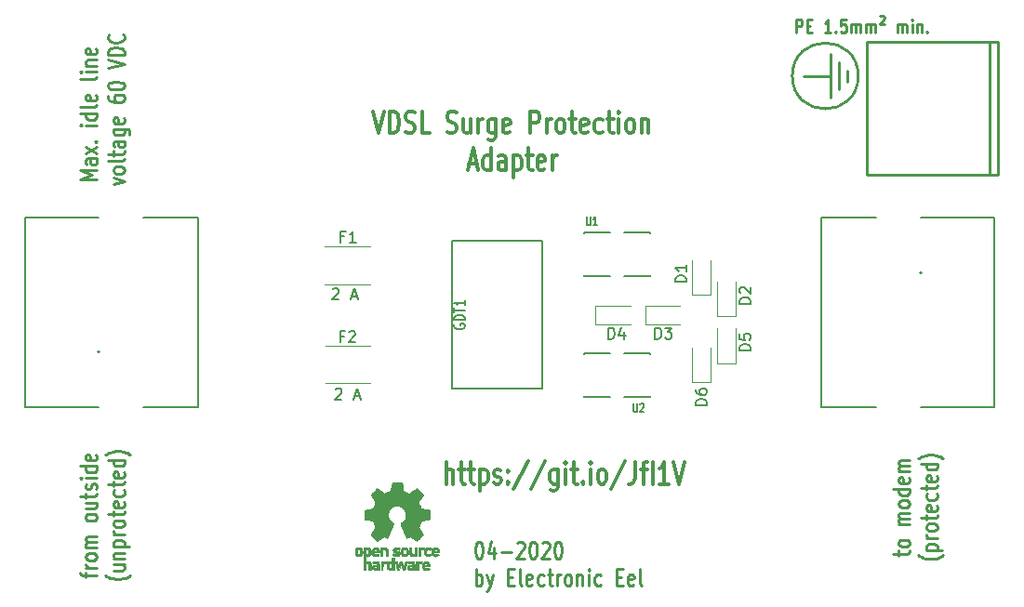
<source format=gto>
G04 #@! TF.GenerationSoftware,KiCad,Pcbnew,5.1.5-1.fc31*
G04 #@! TF.CreationDate,2020-04-27T21:51:01+02:00*
G04 #@! TF.ProjectId,vdsl-surge-protection-copy,7664736c-2d73-4757-9267-652d70726f74,rev?*
G04 #@! TF.SameCoordinates,Original*
G04 #@! TF.FileFunction,Legend,Top*
G04 #@! TF.FilePolarity,Positive*
%FSLAX46Y46*%
G04 Gerber Fmt 4.6, Leading zero omitted, Abs format (unit mm)*
G04 Created by KiCad (PCBNEW 5.1.5-1.fc31) date 2020-04-27 21:51:01*
%MOMM*%
%LPD*%
G04 APERTURE LIST*
%ADD10C,0.300000*%
%ADD11C,0.250000*%
%ADD12C,0.350000*%
%ADD13C,0.150000*%
%ADD14C,0.010000*%
%ADD15C,0.200000*%
%ADD16C,0.152400*%
%ADD17C,0.120000*%
%ADD18C,0.254000*%
%ADD19C,1.498000*%
%ADD20C,3.350000*%
%ADD21C,2.455000*%
%ADD22R,1.498000X1.498000*%
%ADD23C,0.100000*%
%ADD24C,2.600000*%
%ADD25R,3.099740X3.099740*%
%ADD26C,3.099740*%
%ADD27R,1.100000X1.100000*%
%ADD28C,0.900000*%
%ADD29C,7.500000*%
G04 APERTURE END LIST*
D10*
X80249999Y-110654761D02*
X80249999Y-108654761D01*
X80892857Y-110654761D02*
X80892857Y-109607142D01*
X80821428Y-109416666D01*
X80678571Y-109321428D01*
X80464285Y-109321428D01*
X80321428Y-109416666D01*
X80249999Y-109511904D01*
X81392857Y-109321428D02*
X81964285Y-109321428D01*
X81607142Y-108654761D02*
X81607142Y-110369047D01*
X81678571Y-110559523D01*
X81821428Y-110654761D01*
X81964285Y-110654761D01*
X82249999Y-109321428D02*
X82821428Y-109321428D01*
X82464285Y-108654761D02*
X82464285Y-110369047D01*
X82535714Y-110559523D01*
X82678571Y-110654761D01*
X82821428Y-110654761D01*
X83321428Y-109321428D02*
X83321428Y-111321428D01*
X83321428Y-109416666D02*
X83464285Y-109321428D01*
X83749999Y-109321428D01*
X83892857Y-109416666D01*
X83964285Y-109511904D01*
X84035714Y-109702380D01*
X84035714Y-110273809D01*
X83964285Y-110464285D01*
X83892857Y-110559523D01*
X83749999Y-110654761D01*
X83464285Y-110654761D01*
X83321428Y-110559523D01*
X84607142Y-110559523D02*
X84749999Y-110654761D01*
X85035714Y-110654761D01*
X85178571Y-110559523D01*
X85249999Y-110369047D01*
X85249999Y-110273809D01*
X85178571Y-110083333D01*
X85035714Y-109988095D01*
X84821428Y-109988095D01*
X84678571Y-109892857D01*
X84607142Y-109702380D01*
X84607142Y-109607142D01*
X84678571Y-109416666D01*
X84821428Y-109321428D01*
X85035714Y-109321428D01*
X85178571Y-109416666D01*
X85892857Y-110464285D02*
X85964285Y-110559523D01*
X85892857Y-110654761D01*
X85821428Y-110559523D01*
X85892857Y-110464285D01*
X85892857Y-110654761D01*
X85892857Y-109416666D02*
X85964285Y-109511904D01*
X85892857Y-109607142D01*
X85821428Y-109511904D01*
X85892857Y-109416666D01*
X85892857Y-109607142D01*
X87678571Y-108559523D02*
X86392857Y-111130952D01*
X89249999Y-108559523D02*
X87964285Y-111130952D01*
X90392857Y-109321428D02*
X90392857Y-110940476D01*
X90321428Y-111130952D01*
X90249999Y-111226190D01*
X90107142Y-111321428D01*
X89892857Y-111321428D01*
X89749999Y-111226190D01*
X90392857Y-110559523D02*
X90249999Y-110654761D01*
X89964285Y-110654761D01*
X89821428Y-110559523D01*
X89749999Y-110464285D01*
X89678571Y-110273809D01*
X89678571Y-109702380D01*
X89749999Y-109511904D01*
X89821428Y-109416666D01*
X89964285Y-109321428D01*
X90249999Y-109321428D01*
X90392857Y-109416666D01*
X91107142Y-110654761D02*
X91107142Y-109321428D01*
X91107142Y-108654761D02*
X91035714Y-108750000D01*
X91107142Y-108845238D01*
X91178571Y-108750000D01*
X91107142Y-108654761D01*
X91107142Y-108845238D01*
X91607142Y-109321428D02*
X92178571Y-109321428D01*
X91821428Y-108654761D02*
X91821428Y-110369047D01*
X91892857Y-110559523D01*
X92035714Y-110654761D01*
X92178571Y-110654761D01*
X92678571Y-110464285D02*
X92749999Y-110559523D01*
X92678571Y-110654761D01*
X92607142Y-110559523D01*
X92678571Y-110464285D01*
X92678571Y-110654761D01*
X93392857Y-110654761D02*
X93392857Y-109321428D01*
X93392857Y-108654761D02*
X93321428Y-108750000D01*
X93392857Y-108845238D01*
X93464285Y-108750000D01*
X93392857Y-108654761D01*
X93392857Y-108845238D01*
X94321428Y-110654761D02*
X94178571Y-110559523D01*
X94107142Y-110464285D01*
X94035714Y-110273809D01*
X94035714Y-109702380D01*
X94107142Y-109511904D01*
X94178571Y-109416666D01*
X94321428Y-109321428D01*
X94535714Y-109321428D01*
X94678571Y-109416666D01*
X94749999Y-109511904D01*
X94821428Y-109702380D01*
X94821428Y-110273809D01*
X94749999Y-110464285D01*
X94678571Y-110559523D01*
X94535714Y-110654761D01*
X94321428Y-110654761D01*
X96535714Y-108559523D02*
X95249999Y-111130952D01*
X97464285Y-108654761D02*
X97464285Y-110083333D01*
X97392857Y-110369047D01*
X97249999Y-110559523D01*
X97035714Y-110654761D01*
X96892857Y-110654761D01*
X97964285Y-109321428D02*
X98535714Y-109321428D01*
X98178571Y-110654761D02*
X98178571Y-108940476D01*
X98249999Y-108750000D01*
X98392857Y-108654761D01*
X98535714Y-108654761D01*
X99035714Y-110654761D02*
X99035714Y-108654761D01*
X100535714Y-110654761D02*
X99678571Y-110654761D01*
X100107142Y-110654761D02*
X100107142Y-108654761D01*
X99964285Y-108940476D01*
X99821428Y-109130952D01*
X99678571Y-109226190D01*
X100964285Y-108654761D02*
X101464285Y-110654761D01*
X101964285Y-108654761D01*
D11*
X83176785Y-115928571D02*
X83291071Y-115928571D01*
X83405357Y-116000000D01*
X83462500Y-116071428D01*
X83519642Y-116214285D01*
X83576785Y-116500000D01*
X83576785Y-116857142D01*
X83519642Y-117142857D01*
X83462500Y-117285714D01*
X83405357Y-117357142D01*
X83291071Y-117428571D01*
X83176785Y-117428571D01*
X83062500Y-117357142D01*
X83005357Y-117285714D01*
X82948214Y-117142857D01*
X82891071Y-116857142D01*
X82891071Y-116500000D01*
X82948214Y-116214285D01*
X83005357Y-116071428D01*
X83062500Y-116000000D01*
X83176785Y-115928571D01*
X84605357Y-116428571D02*
X84605357Y-117428571D01*
X84319642Y-115857142D02*
X84033928Y-116928571D01*
X84776785Y-116928571D01*
X85233928Y-116857142D02*
X86148214Y-116857142D01*
X86662500Y-116071428D02*
X86719642Y-116000000D01*
X86833928Y-115928571D01*
X87119642Y-115928571D01*
X87233928Y-116000000D01*
X87291071Y-116071428D01*
X87348214Y-116214285D01*
X87348214Y-116357142D01*
X87291071Y-116571428D01*
X86605357Y-117428571D01*
X87348214Y-117428571D01*
X88091071Y-115928571D02*
X88205357Y-115928571D01*
X88319642Y-116000000D01*
X88376785Y-116071428D01*
X88433928Y-116214285D01*
X88491071Y-116500000D01*
X88491071Y-116857142D01*
X88433928Y-117142857D01*
X88376785Y-117285714D01*
X88319642Y-117357142D01*
X88205357Y-117428571D01*
X88091071Y-117428571D01*
X87976785Y-117357142D01*
X87919642Y-117285714D01*
X87862500Y-117142857D01*
X87805357Y-116857142D01*
X87805357Y-116500000D01*
X87862500Y-116214285D01*
X87919642Y-116071428D01*
X87976785Y-116000000D01*
X88091071Y-115928571D01*
X88948214Y-116071428D02*
X89005357Y-116000000D01*
X89119642Y-115928571D01*
X89405357Y-115928571D01*
X89519642Y-116000000D01*
X89576785Y-116071428D01*
X89633928Y-116214285D01*
X89633928Y-116357142D01*
X89576785Y-116571428D01*
X88891071Y-117428571D01*
X89633928Y-117428571D01*
X90376785Y-115928571D02*
X90491071Y-115928571D01*
X90605357Y-116000000D01*
X90662500Y-116071428D01*
X90719642Y-116214285D01*
X90776785Y-116500000D01*
X90776785Y-116857142D01*
X90719642Y-117142857D01*
X90662500Y-117285714D01*
X90605357Y-117357142D01*
X90491071Y-117428571D01*
X90376785Y-117428571D01*
X90262500Y-117357142D01*
X90205357Y-117285714D01*
X90148214Y-117142857D01*
X90091071Y-116857142D01*
X90091071Y-116500000D01*
X90148214Y-116214285D01*
X90205357Y-116071428D01*
X90262500Y-116000000D01*
X90376785Y-115928571D01*
X82948214Y-119928571D02*
X82948214Y-118428571D01*
X82948214Y-119000000D02*
X83062500Y-118928571D01*
X83291071Y-118928571D01*
X83405357Y-119000000D01*
X83462500Y-119071428D01*
X83519642Y-119214285D01*
X83519642Y-119642857D01*
X83462500Y-119785714D01*
X83405357Y-119857142D01*
X83291071Y-119928571D01*
X83062500Y-119928571D01*
X82948214Y-119857142D01*
X83919642Y-118928571D02*
X84205357Y-119928571D01*
X84491071Y-118928571D02*
X84205357Y-119928571D01*
X84091071Y-120285714D01*
X84033928Y-120357142D01*
X83919642Y-120428571D01*
X85862500Y-119142857D02*
X86262500Y-119142857D01*
X86433928Y-119928571D02*
X85862500Y-119928571D01*
X85862500Y-118428571D01*
X86433928Y-118428571D01*
X87119642Y-119928571D02*
X87005357Y-119857142D01*
X86948214Y-119714285D01*
X86948214Y-118428571D01*
X88033928Y-119857142D02*
X87919642Y-119928571D01*
X87691071Y-119928571D01*
X87576785Y-119857142D01*
X87519642Y-119714285D01*
X87519642Y-119142857D01*
X87576785Y-119000000D01*
X87691071Y-118928571D01*
X87919642Y-118928571D01*
X88033928Y-119000000D01*
X88091071Y-119142857D01*
X88091071Y-119285714D01*
X87519642Y-119428571D01*
X89119642Y-119857142D02*
X89005357Y-119928571D01*
X88776785Y-119928571D01*
X88662500Y-119857142D01*
X88605357Y-119785714D01*
X88548214Y-119642857D01*
X88548214Y-119214285D01*
X88605357Y-119071428D01*
X88662500Y-119000000D01*
X88776785Y-118928571D01*
X89005357Y-118928571D01*
X89119642Y-119000000D01*
X89462500Y-118928571D02*
X89919642Y-118928571D01*
X89633928Y-118428571D02*
X89633928Y-119714285D01*
X89691071Y-119857142D01*
X89805357Y-119928571D01*
X89919642Y-119928571D01*
X90319642Y-119928571D02*
X90319642Y-118928571D01*
X90319642Y-119214285D02*
X90376785Y-119071428D01*
X90433928Y-119000000D01*
X90548214Y-118928571D01*
X90662500Y-118928571D01*
X91233928Y-119928571D02*
X91119642Y-119857142D01*
X91062500Y-119785714D01*
X91005357Y-119642857D01*
X91005357Y-119214285D01*
X91062500Y-119071428D01*
X91119642Y-119000000D01*
X91233928Y-118928571D01*
X91405357Y-118928571D01*
X91519642Y-119000000D01*
X91576785Y-119071428D01*
X91633928Y-119214285D01*
X91633928Y-119642857D01*
X91576785Y-119785714D01*
X91519642Y-119857142D01*
X91405357Y-119928571D01*
X91233928Y-119928571D01*
X92148214Y-118928571D02*
X92148214Y-119928571D01*
X92148214Y-119071428D02*
X92205357Y-119000000D01*
X92319642Y-118928571D01*
X92491071Y-118928571D01*
X92605357Y-119000000D01*
X92662500Y-119142857D01*
X92662500Y-119928571D01*
X93233928Y-119928571D02*
X93233928Y-118928571D01*
X93233928Y-118428571D02*
X93176785Y-118500000D01*
X93233928Y-118571428D01*
X93291071Y-118500000D01*
X93233928Y-118428571D01*
X93233928Y-118571428D01*
X94319642Y-119857142D02*
X94205357Y-119928571D01*
X93976785Y-119928571D01*
X93862500Y-119857142D01*
X93805357Y-119785714D01*
X93748214Y-119642857D01*
X93748214Y-119214285D01*
X93805357Y-119071428D01*
X93862500Y-119000000D01*
X93976785Y-118928571D01*
X94205357Y-118928571D01*
X94319642Y-119000000D01*
X95748214Y-119142857D02*
X96148214Y-119142857D01*
X96319642Y-119928571D02*
X95748214Y-119928571D01*
X95748214Y-118428571D01*
X96319642Y-118428571D01*
X97291071Y-119857142D02*
X97176785Y-119928571D01*
X96948214Y-119928571D01*
X96833928Y-119857142D01*
X96776785Y-119714285D01*
X96776785Y-119142857D01*
X96833928Y-119000000D01*
X96948214Y-118928571D01*
X97176785Y-118928571D01*
X97291071Y-119000000D01*
X97348214Y-119142857D01*
X97348214Y-119285714D01*
X96776785Y-119428571D01*
X98033928Y-119928571D02*
X97919642Y-119857142D01*
X97862500Y-119714285D01*
X97862500Y-118428571D01*
X48428571Y-82900000D02*
X46928571Y-82900000D01*
X48000000Y-82500000D01*
X46928571Y-82100000D01*
X48428571Y-82100000D01*
X48428571Y-81014285D02*
X47642857Y-81014285D01*
X47500000Y-81071428D01*
X47428571Y-81185714D01*
X47428571Y-81414285D01*
X47500000Y-81528571D01*
X48357142Y-81014285D02*
X48428571Y-81128571D01*
X48428571Y-81414285D01*
X48357142Y-81528571D01*
X48214285Y-81585714D01*
X48071428Y-81585714D01*
X47928571Y-81528571D01*
X47857142Y-81414285D01*
X47857142Y-81128571D01*
X47785714Y-81014285D01*
X48428571Y-80557142D02*
X47428571Y-79928571D01*
X47428571Y-80557142D02*
X48428571Y-79928571D01*
X48285714Y-79471428D02*
X48357142Y-79414285D01*
X48428571Y-79471428D01*
X48357142Y-79528571D01*
X48285714Y-79471428D01*
X48428571Y-79471428D01*
X48428571Y-77985714D02*
X47428571Y-77985714D01*
X46928571Y-77985714D02*
X47000000Y-78042857D01*
X47071428Y-77985714D01*
X47000000Y-77928571D01*
X46928571Y-77985714D01*
X47071428Y-77985714D01*
X48428571Y-76900000D02*
X46928571Y-76900000D01*
X48357142Y-76900000D02*
X48428571Y-77014285D01*
X48428571Y-77242857D01*
X48357142Y-77357142D01*
X48285714Y-77414285D01*
X48142857Y-77471428D01*
X47714285Y-77471428D01*
X47571428Y-77414285D01*
X47500000Y-77357142D01*
X47428571Y-77242857D01*
X47428571Y-77014285D01*
X47500000Y-76900000D01*
X48428571Y-76157142D02*
X48357142Y-76271428D01*
X48214285Y-76328571D01*
X46928571Y-76328571D01*
X48357142Y-75242857D02*
X48428571Y-75357142D01*
X48428571Y-75585714D01*
X48357142Y-75700000D01*
X48214285Y-75757142D01*
X47642857Y-75757142D01*
X47500000Y-75700000D01*
X47428571Y-75585714D01*
X47428571Y-75357142D01*
X47500000Y-75242857D01*
X47642857Y-75185714D01*
X47785714Y-75185714D01*
X47928571Y-75757142D01*
X48428571Y-73585714D02*
X48357142Y-73700000D01*
X48214285Y-73757142D01*
X46928571Y-73757142D01*
X48428571Y-73128571D02*
X47428571Y-73128571D01*
X46928571Y-73128571D02*
X47000000Y-73185714D01*
X47071428Y-73128571D01*
X47000000Y-73071428D01*
X46928571Y-73128571D01*
X47071428Y-73128571D01*
X47428571Y-72557142D02*
X48428571Y-72557142D01*
X47571428Y-72557142D02*
X47500000Y-72500000D01*
X47428571Y-72385714D01*
X47428571Y-72214285D01*
X47500000Y-72100000D01*
X47642857Y-72042857D01*
X48428571Y-72042857D01*
X48357142Y-71014285D02*
X48428571Y-71128571D01*
X48428571Y-71357142D01*
X48357142Y-71471428D01*
X48214285Y-71528571D01*
X47642857Y-71528571D01*
X47500000Y-71471428D01*
X47428571Y-71357142D01*
X47428571Y-71128571D01*
X47500000Y-71014285D01*
X47642857Y-70957142D01*
X47785714Y-70957142D01*
X47928571Y-71528571D01*
X49928571Y-83357142D02*
X50928571Y-83071428D01*
X49928571Y-82785714D01*
X50928571Y-82157142D02*
X50857142Y-82271428D01*
X50785714Y-82328571D01*
X50642857Y-82385714D01*
X50214285Y-82385714D01*
X50071428Y-82328571D01*
X50000000Y-82271428D01*
X49928571Y-82157142D01*
X49928571Y-81985714D01*
X50000000Y-81871428D01*
X50071428Y-81814285D01*
X50214285Y-81757142D01*
X50642857Y-81757142D01*
X50785714Y-81814285D01*
X50857142Y-81871428D01*
X50928571Y-81985714D01*
X50928571Y-82157142D01*
X50928571Y-81071428D02*
X50857142Y-81185714D01*
X50714285Y-81242857D01*
X49428571Y-81242857D01*
X49928571Y-80785714D02*
X49928571Y-80328571D01*
X49428571Y-80614285D02*
X50714285Y-80614285D01*
X50857142Y-80557142D01*
X50928571Y-80442857D01*
X50928571Y-80328571D01*
X50928571Y-79414285D02*
X50142857Y-79414285D01*
X50000000Y-79471428D01*
X49928571Y-79585714D01*
X49928571Y-79814285D01*
X50000000Y-79928571D01*
X50857142Y-79414285D02*
X50928571Y-79528571D01*
X50928571Y-79814285D01*
X50857142Y-79928571D01*
X50714285Y-79985714D01*
X50571428Y-79985714D01*
X50428571Y-79928571D01*
X50357142Y-79814285D01*
X50357142Y-79528571D01*
X50285714Y-79414285D01*
X49928571Y-78328571D02*
X51142857Y-78328571D01*
X51285714Y-78385714D01*
X51357142Y-78442857D01*
X51428571Y-78557142D01*
X51428571Y-78728571D01*
X51357142Y-78842857D01*
X50857142Y-78328571D02*
X50928571Y-78442857D01*
X50928571Y-78671428D01*
X50857142Y-78785714D01*
X50785714Y-78842857D01*
X50642857Y-78900000D01*
X50214285Y-78900000D01*
X50071428Y-78842857D01*
X50000000Y-78785714D01*
X49928571Y-78671428D01*
X49928571Y-78442857D01*
X50000000Y-78328571D01*
X50857142Y-77300000D02*
X50928571Y-77414285D01*
X50928571Y-77642857D01*
X50857142Y-77757142D01*
X50714285Y-77814285D01*
X50142857Y-77814285D01*
X50000000Y-77757142D01*
X49928571Y-77642857D01*
X49928571Y-77414285D01*
X50000000Y-77300000D01*
X50142857Y-77242857D01*
X50285714Y-77242857D01*
X50428571Y-77814285D01*
X49428571Y-75300000D02*
X49428571Y-75528571D01*
X49500000Y-75642857D01*
X49571428Y-75700000D01*
X49785714Y-75814285D01*
X50071428Y-75871428D01*
X50642857Y-75871428D01*
X50785714Y-75814285D01*
X50857142Y-75757142D01*
X50928571Y-75642857D01*
X50928571Y-75414285D01*
X50857142Y-75300000D01*
X50785714Y-75242857D01*
X50642857Y-75185714D01*
X50285714Y-75185714D01*
X50142857Y-75242857D01*
X50071428Y-75300000D01*
X50000000Y-75414285D01*
X50000000Y-75642857D01*
X50071428Y-75757142D01*
X50142857Y-75814285D01*
X50285714Y-75871428D01*
X49428571Y-74442857D02*
X49428571Y-74328571D01*
X49500000Y-74214285D01*
X49571428Y-74157142D01*
X49714285Y-74100000D01*
X50000000Y-74042857D01*
X50357142Y-74042857D01*
X50642857Y-74100000D01*
X50785714Y-74157142D01*
X50857142Y-74214285D01*
X50928571Y-74328571D01*
X50928571Y-74442857D01*
X50857142Y-74557142D01*
X50785714Y-74614285D01*
X50642857Y-74671428D01*
X50357142Y-74728571D01*
X50000000Y-74728571D01*
X49714285Y-74671428D01*
X49571428Y-74614285D01*
X49500000Y-74557142D01*
X49428571Y-74442857D01*
X49428571Y-72785714D02*
X50928571Y-72385714D01*
X49428571Y-71985714D01*
X50928571Y-71585714D02*
X49428571Y-71585714D01*
X49428571Y-71300000D01*
X49500000Y-71128571D01*
X49642857Y-71014285D01*
X49785714Y-70957142D01*
X50071428Y-70900000D01*
X50285714Y-70900000D01*
X50571428Y-70957142D01*
X50714285Y-71014285D01*
X50857142Y-71128571D01*
X50928571Y-71300000D01*
X50928571Y-71585714D01*
X50785714Y-69700000D02*
X50857142Y-69757142D01*
X50928571Y-69928571D01*
X50928571Y-70042857D01*
X50857142Y-70214285D01*
X50714285Y-70328571D01*
X50571428Y-70385714D01*
X50285714Y-70442857D01*
X50071428Y-70442857D01*
X49785714Y-70385714D01*
X49642857Y-70328571D01*
X49500000Y-70214285D01*
X49428571Y-70042857D01*
X49428571Y-69928571D01*
X49500000Y-69757142D01*
X49571428Y-69700000D01*
X121428571Y-117178571D02*
X121428571Y-116721428D01*
X120928571Y-117007142D02*
X122214285Y-117007142D01*
X122357142Y-116950000D01*
X122428571Y-116835714D01*
X122428571Y-116721428D01*
X122428571Y-116150000D02*
X122357142Y-116264285D01*
X122285714Y-116321428D01*
X122142857Y-116378571D01*
X121714285Y-116378571D01*
X121571428Y-116321428D01*
X121500000Y-116264285D01*
X121428571Y-116150000D01*
X121428571Y-115978571D01*
X121500000Y-115864285D01*
X121571428Y-115807142D01*
X121714285Y-115750000D01*
X122142857Y-115750000D01*
X122285714Y-115807142D01*
X122357142Y-115864285D01*
X122428571Y-115978571D01*
X122428571Y-116150000D01*
X122428571Y-114321428D02*
X121428571Y-114321428D01*
X121571428Y-114321428D02*
X121500000Y-114264285D01*
X121428571Y-114150000D01*
X121428571Y-113978571D01*
X121500000Y-113864285D01*
X121642857Y-113807142D01*
X122428571Y-113807142D01*
X121642857Y-113807142D02*
X121500000Y-113750000D01*
X121428571Y-113635714D01*
X121428571Y-113464285D01*
X121500000Y-113350000D01*
X121642857Y-113292857D01*
X122428571Y-113292857D01*
X122428571Y-112550000D02*
X122357142Y-112664285D01*
X122285714Y-112721428D01*
X122142857Y-112778571D01*
X121714285Y-112778571D01*
X121571428Y-112721428D01*
X121500000Y-112664285D01*
X121428571Y-112550000D01*
X121428571Y-112378571D01*
X121500000Y-112264285D01*
X121571428Y-112207142D01*
X121714285Y-112150000D01*
X122142857Y-112150000D01*
X122285714Y-112207142D01*
X122357142Y-112264285D01*
X122428571Y-112378571D01*
X122428571Y-112550000D01*
X122428571Y-111121428D02*
X120928571Y-111121428D01*
X122357142Y-111121428D02*
X122428571Y-111235714D01*
X122428571Y-111464285D01*
X122357142Y-111578571D01*
X122285714Y-111635714D01*
X122142857Y-111692857D01*
X121714285Y-111692857D01*
X121571428Y-111635714D01*
X121500000Y-111578571D01*
X121428571Y-111464285D01*
X121428571Y-111235714D01*
X121500000Y-111121428D01*
X122357142Y-110092857D02*
X122428571Y-110207142D01*
X122428571Y-110435714D01*
X122357142Y-110550000D01*
X122214285Y-110607142D01*
X121642857Y-110607142D01*
X121500000Y-110550000D01*
X121428571Y-110435714D01*
X121428571Y-110207142D01*
X121500000Y-110092857D01*
X121642857Y-110035714D01*
X121785714Y-110035714D01*
X121928571Y-110607142D01*
X122428571Y-109521428D02*
X121428571Y-109521428D01*
X121571428Y-109521428D02*
X121500000Y-109464285D01*
X121428571Y-109350000D01*
X121428571Y-109178571D01*
X121500000Y-109064285D01*
X121642857Y-109007142D01*
X122428571Y-109007142D01*
X121642857Y-109007142D02*
X121500000Y-108950000D01*
X121428571Y-108835714D01*
X121428571Y-108664285D01*
X121500000Y-108550000D01*
X121642857Y-108492857D01*
X122428571Y-108492857D01*
X125500000Y-117150000D02*
X125428571Y-117207142D01*
X125214285Y-117321428D01*
X125071428Y-117378571D01*
X124857142Y-117435714D01*
X124500000Y-117492857D01*
X124214285Y-117492857D01*
X123857142Y-117435714D01*
X123642857Y-117378571D01*
X123500000Y-117321428D01*
X123285714Y-117207142D01*
X123214285Y-117150000D01*
X123928571Y-116692857D02*
X125428571Y-116692857D01*
X124000000Y-116692857D02*
X123928571Y-116578571D01*
X123928571Y-116350000D01*
X124000000Y-116235714D01*
X124071428Y-116178571D01*
X124214285Y-116121428D01*
X124642857Y-116121428D01*
X124785714Y-116178571D01*
X124857142Y-116235714D01*
X124928571Y-116350000D01*
X124928571Y-116578571D01*
X124857142Y-116692857D01*
X124928571Y-115607142D02*
X123928571Y-115607142D01*
X124214285Y-115607142D02*
X124071428Y-115550000D01*
X124000000Y-115492857D01*
X123928571Y-115378571D01*
X123928571Y-115264285D01*
X124928571Y-114692857D02*
X124857142Y-114807142D01*
X124785714Y-114864285D01*
X124642857Y-114921428D01*
X124214285Y-114921428D01*
X124071428Y-114864285D01*
X124000000Y-114807142D01*
X123928571Y-114692857D01*
X123928571Y-114521428D01*
X124000000Y-114407142D01*
X124071428Y-114350000D01*
X124214285Y-114292857D01*
X124642857Y-114292857D01*
X124785714Y-114350000D01*
X124857142Y-114407142D01*
X124928571Y-114521428D01*
X124928571Y-114692857D01*
X123928571Y-113950000D02*
X123928571Y-113492857D01*
X123428571Y-113778571D02*
X124714285Y-113778571D01*
X124857142Y-113721428D01*
X124928571Y-113607142D01*
X124928571Y-113492857D01*
X124857142Y-112635714D02*
X124928571Y-112750000D01*
X124928571Y-112978571D01*
X124857142Y-113092857D01*
X124714285Y-113150000D01*
X124142857Y-113150000D01*
X124000000Y-113092857D01*
X123928571Y-112978571D01*
X123928571Y-112750000D01*
X124000000Y-112635714D01*
X124142857Y-112578571D01*
X124285714Y-112578571D01*
X124428571Y-113150000D01*
X124857142Y-111550000D02*
X124928571Y-111664285D01*
X124928571Y-111892857D01*
X124857142Y-112007142D01*
X124785714Y-112064285D01*
X124642857Y-112121428D01*
X124214285Y-112121428D01*
X124071428Y-112064285D01*
X124000000Y-112007142D01*
X123928571Y-111892857D01*
X123928571Y-111664285D01*
X124000000Y-111550000D01*
X123928571Y-111207142D02*
X123928571Y-110750000D01*
X123428571Y-111035714D02*
X124714285Y-111035714D01*
X124857142Y-110978571D01*
X124928571Y-110864285D01*
X124928571Y-110750000D01*
X124857142Y-109892857D02*
X124928571Y-110007142D01*
X124928571Y-110235714D01*
X124857142Y-110350000D01*
X124714285Y-110407142D01*
X124142857Y-110407142D01*
X124000000Y-110350000D01*
X123928571Y-110235714D01*
X123928571Y-110007142D01*
X124000000Y-109892857D01*
X124142857Y-109835714D01*
X124285714Y-109835714D01*
X124428571Y-110407142D01*
X124928571Y-108807142D02*
X123428571Y-108807142D01*
X124857142Y-108807142D02*
X124928571Y-108921428D01*
X124928571Y-109150000D01*
X124857142Y-109264285D01*
X124785714Y-109321428D01*
X124642857Y-109378571D01*
X124214285Y-109378571D01*
X124071428Y-109321428D01*
X124000000Y-109264285D01*
X123928571Y-109150000D01*
X123928571Y-108921428D01*
X124000000Y-108807142D01*
X125500000Y-108350000D02*
X125428571Y-108292857D01*
X125214285Y-108178571D01*
X125071428Y-108121428D01*
X124857142Y-108064285D01*
X124500000Y-108007142D01*
X124214285Y-108007142D01*
X123857142Y-108064285D01*
X123642857Y-108121428D01*
X123500000Y-108178571D01*
X123285714Y-108292857D01*
X123214285Y-108350000D01*
X47428571Y-119157142D02*
X47428571Y-118700000D01*
X48428571Y-118985714D02*
X47142857Y-118985714D01*
X47000000Y-118928571D01*
X46928571Y-118814285D01*
X46928571Y-118700000D01*
X48428571Y-118300000D02*
X47428571Y-118300000D01*
X47714285Y-118300000D02*
X47571428Y-118242857D01*
X47500000Y-118185714D01*
X47428571Y-118071428D01*
X47428571Y-117957142D01*
X48428571Y-117385714D02*
X48357142Y-117500000D01*
X48285714Y-117557142D01*
X48142857Y-117614285D01*
X47714285Y-117614285D01*
X47571428Y-117557142D01*
X47500000Y-117500000D01*
X47428571Y-117385714D01*
X47428571Y-117214285D01*
X47500000Y-117100000D01*
X47571428Y-117042857D01*
X47714285Y-116985714D01*
X48142857Y-116985714D01*
X48285714Y-117042857D01*
X48357142Y-117100000D01*
X48428571Y-117214285D01*
X48428571Y-117385714D01*
X48428571Y-116471428D02*
X47428571Y-116471428D01*
X47571428Y-116471428D02*
X47500000Y-116414285D01*
X47428571Y-116300000D01*
X47428571Y-116128571D01*
X47500000Y-116014285D01*
X47642857Y-115957142D01*
X48428571Y-115957142D01*
X47642857Y-115957142D02*
X47500000Y-115900000D01*
X47428571Y-115785714D01*
X47428571Y-115614285D01*
X47500000Y-115500000D01*
X47642857Y-115442857D01*
X48428571Y-115442857D01*
X48428571Y-113785714D02*
X48357142Y-113900000D01*
X48285714Y-113957142D01*
X48142857Y-114014285D01*
X47714285Y-114014285D01*
X47571428Y-113957142D01*
X47500000Y-113900000D01*
X47428571Y-113785714D01*
X47428571Y-113614285D01*
X47500000Y-113499999D01*
X47571428Y-113442857D01*
X47714285Y-113385714D01*
X48142857Y-113385714D01*
X48285714Y-113442857D01*
X48357142Y-113500000D01*
X48428571Y-113614285D01*
X48428571Y-113785714D01*
X47428571Y-112357142D02*
X48428571Y-112357142D01*
X47428571Y-112871428D02*
X48214285Y-112871428D01*
X48357142Y-112814285D01*
X48428571Y-112700000D01*
X48428571Y-112528571D01*
X48357142Y-112414285D01*
X48285714Y-112357142D01*
X47428571Y-111957142D02*
X47428571Y-111500000D01*
X46928571Y-111785714D02*
X48214285Y-111785714D01*
X48357142Y-111728571D01*
X48428571Y-111614285D01*
X48428571Y-111500000D01*
X48357142Y-111157142D02*
X48428571Y-111042857D01*
X48428571Y-110814285D01*
X48357142Y-110700000D01*
X48214285Y-110642857D01*
X48142857Y-110642857D01*
X48000000Y-110700000D01*
X47928571Y-110814285D01*
X47928571Y-110985714D01*
X47857142Y-111100000D01*
X47714285Y-111157142D01*
X47642857Y-111157142D01*
X47500000Y-111100000D01*
X47428571Y-110985714D01*
X47428571Y-110814285D01*
X47500000Y-110700000D01*
X48428571Y-110128571D02*
X47428571Y-110128571D01*
X46928571Y-110128571D02*
X47000000Y-110185714D01*
X47071428Y-110128571D01*
X47000000Y-110071428D01*
X46928571Y-110128571D01*
X47071428Y-110128571D01*
X48428571Y-109042857D02*
X46928571Y-109042857D01*
X48357142Y-109042857D02*
X48428571Y-109157142D01*
X48428571Y-109385714D01*
X48357142Y-109500000D01*
X48285714Y-109557142D01*
X48142857Y-109614285D01*
X47714285Y-109614285D01*
X47571428Y-109557142D01*
X47500000Y-109500000D01*
X47428571Y-109385714D01*
X47428571Y-109157142D01*
X47500000Y-109042857D01*
X48357142Y-108014285D02*
X48428571Y-108128571D01*
X48428571Y-108357142D01*
X48357142Y-108471428D01*
X48214285Y-108528571D01*
X47642857Y-108528571D01*
X47500000Y-108471428D01*
X47428571Y-108357142D01*
X47428571Y-108128571D01*
X47500000Y-108014285D01*
X47642857Y-107957142D01*
X47785714Y-107957142D01*
X47928571Y-108528571D01*
X51500000Y-118985714D02*
X51428571Y-119042857D01*
X51214285Y-119157142D01*
X51071428Y-119214285D01*
X50857142Y-119271428D01*
X50500000Y-119328571D01*
X50214285Y-119328571D01*
X49857142Y-119271428D01*
X49642857Y-119214285D01*
X49500000Y-119157142D01*
X49285714Y-119042857D01*
X49214285Y-118985714D01*
X49928571Y-118014285D02*
X50928571Y-118014285D01*
X49928571Y-118528571D02*
X50714285Y-118528571D01*
X50857142Y-118471428D01*
X50928571Y-118357142D01*
X50928571Y-118185714D01*
X50857142Y-118071428D01*
X50785714Y-118014285D01*
X49928571Y-117442857D02*
X50928571Y-117442857D01*
X50071428Y-117442857D02*
X50000000Y-117385714D01*
X49928571Y-117271428D01*
X49928571Y-117100000D01*
X50000000Y-116985714D01*
X50142857Y-116928571D01*
X50928571Y-116928571D01*
X49928571Y-116357142D02*
X51428571Y-116357142D01*
X50000000Y-116357142D02*
X49928571Y-116242857D01*
X49928571Y-116014285D01*
X50000000Y-115900000D01*
X50071428Y-115842857D01*
X50214285Y-115785714D01*
X50642857Y-115785714D01*
X50785714Y-115842857D01*
X50857142Y-115900000D01*
X50928571Y-116014285D01*
X50928571Y-116242857D01*
X50857142Y-116357142D01*
X50928571Y-115271428D02*
X49928571Y-115271428D01*
X50214285Y-115271428D02*
X50071428Y-115214285D01*
X50000000Y-115157142D01*
X49928571Y-115042857D01*
X49928571Y-114928571D01*
X50928571Y-114357142D02*
X50857142Y-114471428D01*
X50785714Y-114528571D01*
X50642857Y-114585714D01*
X50214285Y-114585714D01*
X50071428Y-114528571D01*
X50000000Y-114471428D01*
X49928571Y-114357142D01*
X49928571Y-114185714D01*
X50000000Y-114071428D01*
X50071428Y-114014285D01*
X50214285Y-113957142D01*
X50642857Y-113957142D01*
X50785714Y-114014285D01*
X50857142Y-114071428D01*
X50928571Y-114185714D01*
X50928571Y-114357142D01*
X49928571Y-113614285D02*
X49928571Y-113157142D01*
X49428571Y-113442857D02*
X50714285Y-113442857D01*
X50857142Y-113385714D01*
X50928571Y-113271428D01*
X50928571Y-113157142D01*
X50857142Y-112300000D02*
X50928571Y-112414285D01*
X50928571Y-112642857D01*
X50857142Y-112757142D01*
X50714285Y-112814285D01*
X50142857Y-112814285D01*
X50000000Y-112757142D01*
X49928571Y-112642857D01*
X49928571Y-112414285D01*
X50000000Y-112300000D01*
X50142857Y-112242857D01*
X50285714Y-112242857D01*
X50428571Y-112814285D01*
X50857142Y-111214285D02*
X50928571Y-111328571D01*
X50928571Y-111557142D01*
X50857142Y-111671428D01*
X50785714Y-111728571D01*
X50642857Y-111785714D01*
X50214285Y-111785714D01*
X50071428Y-111728571D01*
X50000000Y-111671428D01*
X49928571Y-111557142D01*
X49928571Y-111328571D01*
X50000000Y-111214285D01*
X49928571Y-110871428D02*
X49928571Y-110414285D01*
X49428571Y-110700000D02*
X50714285Y-110700000D01*
X50857142Y-110642857D01*
X50928571Y-110528571D01*
X50928571Y-110414285D01*
X50857142Y-109557142D02*
X50928571Y-109671428D01*
X50928571Y-109900000D01*
X50857142Y-110014285D01*
X50714285Y-110071428D01*
X50142857Y-110071428D01*
X50000000Y-110014285D01*
X49928571Y-109900000D01*
X49928571Y-109671428D01*
X50000000Y-109557142D01*
X50142857Y-109500000D01*
X50285714Y-109500000D01*
X50428571Y-110071428D01*
X50928571Y-108471428D02*
X49428571Y-108471428D01*
X50857142Y-108471428D02*
X50928571Y-108585714D01*
X50928571Y-108814285D01*
X50857142Y-108928571D01*
X50785714Y-108985714D01*
X50642857Y-109042857D01*
X50214285Y-109042857D01*
X50071428Y-108985714D01*
X50000000Y-108928571D01*
X49928571Y-108814285D01*
X49928571Y-108585714D01*
X50000000Y-108471428D01*
X51500000Y-108014285D02*
X51428571Y-107957142D01*
X51214285Y-107842857D01*
X51071428Y-107785714D01*
X50857142Y-107728571D01*
X50500000Y-107671428D01*
X50214285Y-107671428D01*
X49857142Y-107728571D01*
X49642857Y-107785714D01*
X49500000Y-107842857D01*
X49285714Y-107957142D01*
X49214285Y-108014285D01*
D12*
X73607142Y-76729761D02*
X74107142Y-78729761D01*
X74607142Y-76729761D01*
X75107142Y-78729761D02*
X75107142Y-76729761D01*
X75464285Y-76729761D01*
X75678571Y-76825000D01*
X75821428Y-77015476D01*
X75892857Y-77205952D01*
X75964285Y-77586904D01*
X75964285Y-77872619D01*
X75892857Y-78253571D01*
X75821428Y-78444047D01*
X75678571Y-78634523D01*
X75464285Y-78729761D01*
X75107142Y-78729761D01*
X76535714Y-78634523D02*
X76750000Y-78729761D01*
X77107142Y-78729761D01*
X77250000Y-78634523D01*
X77321428Y-78539285D01*
X77392857Y-78348809D01*
X77392857Y-78158333D01*
X77321428Y-77967857D01*
X77250000Y-77872619D01*
X77107142Y-77777380D01*
X76821428Y-77682142D01*
X76678571Y-77586904D01*
X76607142Y-77491666D01*
X76535714Y-77301190D01*
X76535714Y-77110714D01*
X76607142Y-76920238D01*
X76678571Y-76825000D01*
X76821428Y-76729761D01*
X77178571Y-76729761D01*
X77392857Y-76825000D01*
X78750000Y-78729761D02*
X78035714Y-78729761D01*
X78035714Y-76729761D01*
X80321428Y-78634523D02*
X80535714Y-78729761D01*
X80892857Y-78729761D01*
X81035714Y-78634523D01*
X81107142Y-78539285D01*
X81178571Y-78348809D01*
X81178571Y-78158333D01*
X81107142Y-77967857D01*
X81035714Y-77872619D01*
X80892857Y-77777380D01*
X80607142Y-77682142D01*
X80464285Y-77586904D01*
X80392857Y-77491666D01*
X80321428Y-77301190D01*
X80321428Y-77110714D01*
X80392857Y-76920238D01*
X80464285Y-76825000D01*
X80607142Y-76729761D01*
X80964285Y-76729761D01*
X81178571Y-76825000D01*
X82464285Y-77396428D02*
X82464285Y-78729761D01*
X81821428Y-77396428D02*
X81821428Y-78444047D01*
X81892857Y-78634523D01*
X82035714Y-78729761D01*
X82250000Y-78729761D01*
X82392857Y-78634523D01*
X82464285Y-78539285D01*
X83178571Y-78729761D02*
X83178571Y-77396428D01*
X83178571Y-77777380D02*
X83250000Y-77586904D01*
X83321428Y-77491666D01*
X83464285Y-77396428D01*
X83607142Y-77396428D01*
X84750000Y-77396428D02*
X84750000Y-79015476D01*
X84678571Y-79205952D01*
X84607142Y-79301190D01*
X84464285Y-79396428D01*
X84250000Y-79396428D01*
X84107142Y-79301190D01*
X84750000Y-78634523D02*
X84607142Y-78729761D01*
X84321428Y-78729761D01*
X84178571Y-78634523D01*
X84107142Y-78539285D01*
X84035714Y-78348809D01*
X84035714Y-77777380D01*
X84107142Y-77586904D01*
X84178571Y-77491666D01*
X84321428Y-77396428D01*
X84607142Y-77396428D01*
X84750000Y-77491666D01*
X86035714Y-78634523D02*
X85892857Y-78729761D01*
X85607142Y-78729761D01*
X85464285Y-78634523D01*
X85392857Y-78444047D01*
X85392857Y-77682142D01*
X85464285Y-77491666D01*
X85607142Y-77396428D01*
X85892857Y-77396428D01*
X86035714Y-77491666D01*
X86107142Y-77682142D01*
X86107142Y-77872619D01*
X85392857Y-78063095D01*
X87892857Y-78729761D02*
X87892857Y-76729761D01*
X88464285Y-76729761D01*
X88607142Y-76825000D01*
X88678571Y-76920238D01*
X88750000Y-77110714D01*
X88750000Y-77396428D01*
X88678571Y-77586904D01*
X88607142Y-77682142D01*
X88464285Y-77777380D01*
X87892857Y-77777380D01*
X89392857Y-78729761D02*
X89392857Y-77396428D01*
X89392857Y-77777380D02*
X89464285Y-77586904D01*
X89535714Y-77491666D01*
X89678571Y-77396428D01*
X89821428Y-77396428D01*
X90535714Y-78729761D02*
X90392857Y-78634523D01*
X90321428Y-78539285D01*
X90250000Y-78348809D01*
X90250000Y-77777380D01*
X90321428Y-77586904D01*
X90392857Y-77491666D01*
X90535714Y-77396428D01*
X90750000Y-77396428D01*
X90892857Y-77491666D01*
X90964285Y-77586904D01*
X91035714Y-77777380D01*
X91035714Y-78348809D01*
X90964285Y-78539285D01*
X90892857Y-78634523D01*
X90750000Y-78729761D01*
X90535714Y-78729761D01*
X91464285Y-77396428D02*
X92035714Y-77396428D01*
X91678571Y-76729761D02*
X91678571Y-78444047D01*
X91750000Y-78634523D01*
X91892857Y-78729761D01*
X92035714Y-78729761D01*
X93107142Y-78634523D02*
X92964285Y-78729761D01*
X92678571Y-78729761D01*
X92535714Y-78634523D01*
X92464285Y-78444047D01*
X92464285Y-77682142D01*
X92535714Y-77491666D01*
X92678571Y-77396428D01*
X92964285Y-77396428D01*
X93107142Y-77491666D01*
X93178571Y-77682142D01*
X93178571Y-77872619D01*
X92464285Y-78063095D01*
X94464285Y-78634523D02*
X94321428Y-78729761D01*
X94035714Y-78729761D01*
X93892857Y-78634523D01*
X93821428Y-78539285D01*
X93750000Y-78348809D01*
X93750000Y-77777380D01*
X93821428Y-77586904D01*
X93892857Y-77491666D01*
X94035714Y-77396428D01*
X94321428Y-77396428D01*
X94464285Y-77491666D01*
X94892857Y-77396428D02*
X95464285Y-77396428D01*
X95107142Y-76729761D02*
X95107142Y-78444047D01*
X95178571Y-78634523D01*
X95321428Y-78729761D01*
X95464285Y-78729761D01*
X95964285Y-78729761D02*
X95964285Y-77396428D01*
X95964285Y-76729761D02*
X95892857Y-76825000D01*
X95964285Y-76920238D01*
X96035714Y-76825000D01*
X95964285Y-76729761D01*
X95964285Y-76920238D01*
X96892857Y-78729761D02*
X96750000Y-78634523D01*
X96678571Y-78539285D01*
X96607142Y-78348809D01*
X96607142Y-77777380D01*
X96678571Y-77586904D01*
X96750000Y-77491666D01*
X96892857Y-77396428D01*
X97107142Y-77396428D01*
X97250000Y-77491666D01*
X97321428Y-77586904D01*
X97392857Y-77777380D01*
X97392857Y-78348809D01*
X97321428Y-78539285D01*
X97250000Y-78634523D01*
X97107142Y-78729761D01*
X96892857Y-78729761D01*
X98035714Y-77396428D02*
X98035714Y-78729761D01*
X98035714Y-77586904D02*
X98107142Y-77491666D01*
X98250000Y-77396428D01*
X98464285Y-77396428D01*
X98607142Y-77491666D01*
X98678571Y-77682142D01*
X98678571Y-78729761D01*
X82321428Y-81508333D02*
X83035714Y-81508333D01*
X82178571Y-82079761D02*
X82678571Y-80079761D01*
X83178571Y-82079761D01*
X84321428Y-82079761D02*
X84321428Y-80079761D01*
X84321428Y-81984523D02*
X84178571Y-82079761D01*
X83892857Y-82079761D01*
X83750000Y-81984523D01*
X83678571Y-81889285D01*
X83607142Y-81698809D01*
X83607142Y-81127380D01*
X83678571Y-80936904D01*
X83750000Y-80841666D01*
X83892857Y-80746428D01*
X84178571Y-80746428D01*
X84321428Y-80841666D01*
X85678571Y-82079761D02*
X85678571Y-81032142D01*
X85607142Y-80841666D01*
X85464285Y-80746428D01*
X85178571Y-80746428D01*
X85035714Y-80841666D01*
X85678571Y-81984523D02*
X85535714Y-82079761D01*
X85178571Y-82079761D01*
X85035714Y-81984523D01*
X84964285Y-81794047D01*
X84964285Y-81603571D01*
X85035714Y-81413095D01*
X85178571Y-81317857D01*
X85535714Y-81317857D01*
X85678571Y-81222619D01*
X86392857Y-80746428D02*
X86392857Y-82746428D01*
X86392857Y-80841666D02*
X86535714Y-80746428D01*
X86821428Y-80746428D01*
X86964285Y-80841666D01*
X87035714Y-80936904D01*
X87107142Y-81127380D01*
X87107142Y-81698809D01*
X87035714Y-81889285D01*
X86964285Y-81984523D01*
X86821428Y-82079761D01*
X86535714Y-82079761D01*
X86392857Y-81984523D01*
X87535714Y-80746428D02*
X88107142Y-80746428D01*
X87750000Y-80079761D02*
X87750000Y-81794047D01*
X87821428Y-81984523D01*
X87964285Y-82079761D01*
X88107142Y-82079761D01*
X89178571Y-81984523D02*
X89035714Y-82079761D01*
X88750000Y-82079761D01*
X88607142Y-81984523D01*
X88535714Y-81794047D01*
X88535714Y-81032142D01*
X88607142Y-80841666D01*
X88750000Y-80746428D01*
X89035714Y-80746428D01*
X89178571Y-80841666D01*
X89250000Y-81032142D01*
X89250000Y-81222619D01*
X88535714Y-81413095D01*
X89892857Y-82079761D02*
X89892857Y-80746428D01*
X89892857Y-81127380D02*
X89964285Y-80936904D01*
X90035714Y-80841666D01*
X90178571Y-80746428D01*
X90321428Y-80746428D01*
D13*
X70154761Y-102047619D02*
X70202380Y-102000000D01*
X70297619Y-101952380D01*
X70535714Y-101952380D01*
X70630952Y-102000000D01*
X70678571Y-102047619D01*
X70726190Y-102142857D01*
X70726190Y-102238095D01*
X70678571Y-102380952D01*
X70107142Y-102952380D01*
X70726190Y-102952380D01*
X71869047Y-102666666D02*
X72345238Y-102666666D01*
X71773809Y-102952380D02*
X72107142Y-101952380D01*
X72440476Y-102952380D01*
X69904761Y-92947619D02*
X69952380Y-92900000D01*
X70047619Y-92852380D01*
X70285714Y-92852380D01*
X70380952Y-92900000D01*
X70428571Y-92947619D01*
X70476190Y-93042857D01*
X70476190Y-93138095D01*
X70428571Y-93280952D01*
X69857142Y-93852380D01*
X70476190Y-93852380D01*
X71619047Y-93566666D02*
X72095238Y-93566666D01*
X71523809Y-93852380D02*
X71857142Y-92852380D01*
X72190476Y-93852380D01*
D11*
X112073809Y-69542857D02*
X112073809Y-68342857D01*
X112454761Y-68342857D01*
X112550000Y-68400000D01*
X112597619Y-68457142D01*
X112645238Y-68571428D01*
X112645238Y-68742857D01*
X112597619Y-68857142D01*
X112550000Y-68914285D01*
X112454761Y-68971428D01*
X112073809Y-68971428D01*
X113073809Y-68914285D02*
X113407142Y-68914285D01*
X113550000Y-69542857D02*
X113073809Y-69542857D01*
X113073809Y-68342857D01*
X113550000Y-68342857D01*
X115264285Y-69542857D02*
X114692857Y-69542857D01*
X114978571Y-69542857D02*
X114978571Y-68342857D01*
X114883333Y-68514285D01*
X114788095Y-68628571D01*
X114692857Y-68685714D01*
X115692857Y-69428571D02*
X115740476Y-69485714D01*
X115692857Y-69542857D01*
X115645238Y-69485714D01*
X115692857Y-69428571D01*
X115692857Y-69542857D01*
X116645238Y-68342857D02*
X116169047Y-68342857D01*
X116121428Y-68914285D01*
X116169047Y-68857142D01*
X116264285Y-68800000D01*
X116502380Y-68800000D01*
X116597619Y-68857142D01*
X116645238Y-68914285D01*
X116692857Y-69028571D01*
X116692857Y-69314285D01*
X116645238Y-69428571D01*
X116597619Y-69485714D01*
X116502380Y-69542857D01*
X116264285Y-69542857D01*
X116169047Y-69485714D01*
X116121428Y-69428571D01*
X117121428Y-69542857D02*
X117121428Y-68742857D01*
X117121428Y-68857142D02*
X117169047Y-68800000D01*
X117264285Y-68742857D01*
X117407142Y-68742857D01*
X117502380Y-68800000D01*
X117550000Y-68914285D01*
X117550000Y-69542857D01*
X117550000Y-68914285D02*
X117597619Y-68800000D01*
X117692857Y-68742857D01*
X117835714Y-68742857D01*
X117930952Y-68800000D01*
X117978571Y-68914285D01*
X117978571Y-69542857D01*
X118454761Y-69542857D02*
X118454761Y-68742857D01*
X118454761Y-68857142D02*
X118502380Y-68800000D01*
X118597619Y-68742857D01*
X118740476Y-68742857D01*
X118835714Y-68800000D01*
X118883333Y-68914285D01*
X118883333Y-69542857D01*
X118883333Y-68914285D02*
X118930952Y-68800000D01*
X119026190Y-68742857D01*
X119169047Y-68742857D01*
X119264285Y-68800000D01*
X119311904Y-68914285D01*
X119311904Y-69542857D01*
X119740476Y-68057142D02*
X119835714Y-68000000D01*
X119978571Y-68000000D01*
X120073809Y-68057142D01*
X120121428Y-68171428D01*
X120121428Y-68285714D01*
X120073809Y-68400000D01*
X119740476Y-68800000D01*
X120121428Y-68800000D01*
X121311904Y-69542857D02*
X121311904Y-68742857D01*
X121311904Y-68857142D02*
X121359523Y-68800000D01*
X121454761Y-68742857D01*
X121597619Y-68742857D01*
X121692857Y-68800000D01*
X121740476Y-68914285D01*
X121740476Y-69542857D01*
X121740476Y-68914285D02*
X121788095Y-68800000D01*
X121883333Y-68742857D01*
X122026190Y-68742857D01*
X122121428Y-68800000D01*
X122169047Y-68914285D01*
X122169047Y-69542857D01*
X122645238Y-69542857D02*
X122645238Y-68742857D01*
X122645238Y-68342857D02*
X122597619Y-68400000D01*
X122645238Y-68457142D01*
X122692857Y-68400000D01*
X122645238Y-68342857D01*
X122645238Y-68457142D01*
X123121428Y-68742857D02*
X123121428Y-69542857D01*
X123121428Y-68857142D02*
X123169047Y-68800000D01*
X123264285Y-68742857D01*
X123407142Y-68742857D01*
X123502380Y-68800000D01*
X123550000Y-68914285D01*
X123550000Y-69542857D01*
X124026190Y-69428571D02*
X124073809Y-69485714D01*
X124026190Y-69542857D01*
X123978571Y-69485714D01*
X124026190Y-69428571D01*
X124026190Y-69542857D01*
D14*
G36*
X76250964Y-110898576D02*
G01*
X76326513Y-111299322D01*
X76884041Y-111529154D01*
X77218465Y-111301748D01*
X77312122Y-111238431D01*
X77396782Y-111181896D01*
X77468495Y-111134727D01*
X77523311Y-111099502D01*
X77557280Y-111078805D01*
X77566530Y-111074342D01*
X77583195Y-111085820D01*
X77618806Y-111117551D01*
X77669371Y-111165483D01*
X77730900Y-111225562D01*
X77799399Y-111293733D01*
X77870879Y-111365945D01*
X77941347Y-111438142D01*
X78006811Y-111506273D01*
X78063280Y-111566283D01*
X78106763Y-111614119D01*
X78133268Y-111645727D01*
X78139605Y-111656305D01*
X78130486Y-111675806D01*
X78104920Y-111718531D01*
X78065597Y-111780298D01*
X78015203Y-111856931D01*
X77956427Y-111944248D01*
X77922368Y-111994052D01*
X77860289Y-112084993D01*
X77805126Y-112167059D01*
X77759554Y-112236163D01*
X77726250Y-112288222D01*
X77707890Y-112319150D01*
X77705131Y-112325650D01*
X77711385Y-112344121D01*
X77728434Y-112387172D01*
X77753703Y-112448749D01*
X77784622Y-112522799D01*
X77818618Y-112603270D01*
X77853118Y-112684107D01*
X77885551Y-112759258D01*
X77913343Y-112822671D01*
X77933923Y-112868293D01*
X77944719Y-112890069D01*
X77945356Y-112890926D01*
X77962307Y-112895084D01*
X78007451Y-112904361D01*
X78076110Y-112917844D01*
X78163602Y-112934621D01*
X78265250Y-112953781D01*
X78324556Y-112964830D01*
X78433172Y-112985510D01*
X78531277Y-113005189D01*
X78613909Y-113022789D01*
X78676104Y-113037233D01*
X78712899Y-113047446D01*
X78720296Y-113050686D01*
X78727540Y-113072617D01*
X78733385Y-113122147D01*
X78737835Y-113193485D01*
X78740893Y-113280839D01*
X78742565Y-113378417D01*
X78742853Y-113480426D01*
X78741761Y-113581075D01*
X78739294Y-113674572D01*
X78735456Y-113755125D01*
X78730250Y-113816942D01*
X78723681Y-113854230D01*
X78719741Y-113861993D01*
X78696188Y-113871298D01*
X78646282Y-113884600D01*
X78576623Y-113900337D01*
X78493813Y-113916946D01*
X78464905Y-113922319D01*
X78325531Y-113947848D01*
X78215436Y-113968408D01*
X78130982Y-113984815D01*
X78068530Y-113997887D01*
X78024444Y-114008441D01*
X77995085Y-114017294D01*
X77976815Y-114025263D01*
X77965998Y-114033165D01*
X77964485Y-114034727D01*
X77949377Y-114059886D01*
X77926329Y-114108850D01*
X77897644Y-114175621D01*
X77865622Y-114254205D01*
X77832565Y-114338607D01*
X77800773Y-114422830D01*
X77772549Y-114500879D01*
X77750193Y-114566759D01*
X77736007Y-114614473D01*
X77732293Y-114638027D01*
X77732602Y-114638852D01*
X77745189Y-114658104D01*
X77773744Y-114700463D01*
X77815267Y-114761521D01*
X77866756Y-114836868D01*
X77925211Y-114922096D01*
X77941858Y-114946315D01*
X78001215Y-115034123D01*
X78053447Y-115114238D01*
X78095708Y-115182062D01*
X78125153Y-115232993D01*
X78138937Y-115262431D01*
X78139605Y-115266048D01*
X78128024Y-115285057D01*
X78096024Y-115322714D01*
X78047718Y-115374973D01*
X77987220Y-115437786D01*
X77918644Y-115507106D01*
X77846104Y-115578885D01*
X77773712Y-115649077D01*
X77705584Y-115713635D01*
X77645832Y-115768510D01*
X77598571Y-115809656D01*
X77567913Y-115833026D01*
X77559432Y-115836842D01*
X77539691Y-115827855D01*
X77499274Y-115803616D01*
X77444763Y-115768209D01*
X77402823Y-115739711D01*
X77326829Y-115687418D01*
X77236834Y-115625845D01*
X77146564Y-115564370D01*
X77098032Y-115531469D01*
X76933762Y-115420359D01*
X76795869Y-115494916D01*
X76733049Y-115527578D01*
X76679629Y-115552966D01*
X76643484Y-115567446D01*
X76634284Y-115569460D01*
X76623221Y-115554584D01*
X76601394Y-115512547D01*
X76570434Y-115447227D01*
X76531970Y-115362500D01*
X76487632Y-115262245D01*
X76439047Y-115150339D01*
X76387846Y-115030659D01*
X76335659Y-114907084D01*
X76284113Y-114783491D01*
X76234840Y-114663757D01*
X76189467Y-114551759D01*
X76149625Y-114451377D01*
X76116942Y-114366486D01*
X76093049Y-114300965D01*
X76079574Y-114258690D01*
X76077406Y-114244172D01*
X76094583Y-114225653D01*
X76132190Y-114195590D01*
X76182366Y-114160232D01*
X76186578Y-114157434D01*
X76316264Y-114053625D01*
X76420834Y-113932515D01*
X76499381Y-113797976D01*
X76550999Y-113653882D01*
X76574782Y-113504105D01*
X76569823Y-113352517D01*
X76535217Y-113202992D01*
X76470057Y-113059400D01*
X76450886Y-113027984D01*
X76351174Y-112901125D01*
X76233377Y-112799255D01*
X76101571Y-112722904D01*
X75959833Y-112672602D01*
X75812242Y-112648879D01*
X75662873Y-112652265D01*
X75515803Y-112683288D01*
X75375111Y-112742480D01*
X75244873Y-112830369D01*
X75204586Y-112866042D01*
X75102055Y-112977706D01*
X75027341Y-113095257D01*
X74976090Y-113227020D01*
X74947546Y-113357507D01*
X74940500Y-113504216D01*
X74963996Y-113651653D01*
X75015649Y-113794834D01*
X75093071Y-113928777D01*
X75193875Y-114048498D01*
X75315676Y-114149014D01*
X75331684Y-114159609D01*
X75382398Y-114194306D01*
X75420950Y-114224370D01*
X75439381Y-114243565D01*
X75439649Y-114244172D01*
X75435692Y-114264936D01*
X75420007Y-114312062D01*
X75394222Y-114381673D01*
X75359969Y-114469893D01*
X75318877Y-114572844D01*
X75272576Y-114686650D01*
X75222696Y-114807435D01*
X75170867Y-114931321D01*
X75118719Y-115054432D01*
X75067882Y-115172891D01*
X75019987Y-115282823D01*
X74976662Y-115380349D01*
X74939538Y-115461593D01*
X74910244Y-115522679D01*
X74890412Y-115559730D01*
X74882426Y-115569460D01*
X74858021Y-115561883D01*
X74812358Y-115541560D01*
X74753310Y-115512125D01*
X74720840Y-115494916D01*
X74582947Y-115420359D01*
X74418677Y-115531469D01*
X74334821Y-115588390D01*
X74243013Y-115651030D01*
X74156980Y-115710011D01*
X74113887Y-115739711D01*
X74053277Y-115780410D01*
X74001955Y-115812663D01*
X73966615Y-115832384D01*
X73955137Y-115836554D01*
X73938430Y-115825307D01*
X73901454Y-115793911D01*
X73847795Y-115745624D01*
X73781038Y-115683708D01*
X73704766Y-115611421D01*
X73656527Y-115565008D01*
X73572133Y-115482087D01*
X73499197Y-115407920D01*
X73440669Y-115345680D01*
X73399497Y-115298541D01*
X73378628Y-115269673D01*
X73376626Y-115263815D01*
X73385917Y-115241532D01*
X73411591Y-115196477D01*
X73450800Y-115133211D01*
X73500697Y-115056295D01*
X73558433Y-114970292D01*
X73574851Y-114946315D01*
X73634677Y-114859170D01*
X73688350Y-114780710D01*
X73732870Y-114715345D01*
X73765235Y-114667484D01*
X73782445Y-114641535D01*
X73784107Y-114638852D01*
X73781621Y-114618172D01*
X73768423Y-114572704D01*
X73746814Y-114508444D01*
X73719096Y-114431387D01*
X73687570Y-114347529D01*
X73654537Y-114262866D01*
X73622299Y-114183392D01*
X73593157Y-114115104D01*
X73569412Y-114063997D01*
X73553365Y-114036067D01*
X73552225Y-114034727D01*
X73542412Y-114026745D01*
X73525839Y-114018851D01*
X73498868Y-114010229D01*
X73457861Y-114000062D01*
X73399180Y-113987531D01*
X73319187Y-113971821D01*
X73214245Y-113952113D01*
X73080715Y-113927592D01*
X73051804Y-113922319D01*
X72966118Y-113905764D01*
X72891418Y-113889569D01*
X72834306Y-113875296D01*
X72801383Y-113864508D01*
X72796969Y-113861993D01*
X72789694Y-113839696D01*
X72783781Y-113789869D01*
X72779234Y-113718304D01*
X72776055Y-113630793D01*
X72774251Y-113533128D01*
X72773823Y-113431101D01*
X72774777Y-113330503D01*
X72777116Y-113237127D01*
X72780844Y-113156765D01*
X72785966Y-113095209D01*
X72792484Y-113058250D01*
X72796414Y-113050686D01*
X72818292Y-113043056D01*
X72868109Y-113030642D01*
X72940903Y-113014522D01*
X73031711Y-112995773D01*
X73135569Y-112975471D01*
X73192154Y-112964830D01*
X73299514Y-112944760D01*
X73395254Y-112926580D01*
X73474694Y-112911199D01*
X73533154Y-112899531D01*
X73565955Y-112892488D01*
X73571354Y-112890926D01*
X73580478Y-112873322D01*
X73599765Y-112830918D01*
X73626645Y-112769772D01*
X73658546Y-112695943D01*
X73692898Y-112615489D01*
X73727129Y-112534468D01*
X73758669Y-112458937D01*
X73784946Y-112394955D01*
X73803389Y-112348580D01*
X73811429Y-112325869D01*
X73811578Y-112324876D01*
X73802465Y-112306961D01*
X73776914Y-112265733D01*
X73737612Y-112205291D01*
X73687243Y-112129731D01*
X73628494Y-112043152D01*
X73594342Y-111993421D01*
X73532110Y-111902236D01*
X73476836Y-111819449D01*
X73431218Y-111749249D01*
X73397952Y-111695824D01*
X73379736Y-111663361D01*
X73377105Y-111656083D01*
X73388414Y-111639145D01*
X73419681Y-111602978D01*
X73466910Y-111551635D01*
X73526108Y-111489167D01*
X73593281Y-111419626D01*
X73664434Y-111347065D01*
X73735574Y-111275535D01*
X73802707Y-111209087D01*
X73861839Y-111151774D01*
X73908975Y-111107647D01*
X73940123Y-111080759D01*
X73950543Y-111074342D01*
X73967509Y-111083365D01*
X74008089Y-111108715D01*
X74068337Y-111147810D01*
X74144307Y-111198071D01*
X74232054Y-111256917D01*
X74298244Y-111301748D01*
X74632668Y-111529154D01*
X74911433Y-111414238D01*
X75190197Y-111299322D01*
X75265746Y-110898576D01*
X75341294Y-110497829D01*
X76175415Y-110497829D01*
X76250964Y-110898576D01*
G37*
X76250964Y-110898576D02*
X76326513Y-111299322D01*
X76884041Y-111529154D01*
X77218465Y-111301748D01*
X77312122Y-111238431D01*
X77396782Y-111181896D01*
X77468495Y-111134727D01*
X77523311Y-111099502D01*
X77557280Y-111078805D01*
X77566530Y-111074342D01*
X77583195Y-111085820D01*
X77618806Y-111117551D01*
X77669371Y-111165483D01*
X77730900Y-111225562D01*
X77799399Y-111293733D01*
X77870879Y-111365945D01*
X77941347Y-111438142D01*
X78006811Y-111506273D01*
X78063280Y-111566283D01*
X78106763Y-111614119D01*
X78133268Y-111645727D01*
X78139605Y-111656305D01*
X78130486Y-111675806D01*
X78104920Y-111718531D01*
X78065597Y-111780298D01*
X78015203Y-111856931D01*
X77956427Y-111944248D01*
X77922368Y-111994052D01*
X77860289Y-112084993D01*
X77805126Y-112167059D01*
X77759554Y-112236163D01*
X77726250Y-112288222D01*
X77707890Y-112319150D01*
X77705131Y-112325650D01*
X77711385Y-112344121D01*
X77728434Y-112387172D01*
X77753703Y-112448749D01*
X77784622Y-112522799D01*
X77818618Y-112603270D01*
X77853118Y-112684107D01*
X77885551Y-112759258D01*
X77913343Y-112822671D01*
X77933923Y-112868293D01*
X77944719Y-112890069D01*
X77945356Y-112890926D01*
X77962307Y-112895084D01*
X78007451Y-112904361D01*
X78076110Y-112917844D01*
X78163602Y-112934621D01*
X78265250Y-112953781D01*
X78324556Y-112964830D01*
X78433172Y-112985510D01*
X78531277Y-113005189D01*
X78613909Y-113022789D01*
X78676104Y-113037233D01*
X78712899Y-113047446D01*
X78720296Y-113050686D01*
X78727540Y-113072617D01*
X78733385Y-113122147D01*
X78737835Y-113193485D01*
X78740893Y-113280839D01*
X78742565Y-113378417D01*
X78742853Y-113480426D01*
X78741761Y-113581075D01*
X78739294Y-113674572D01*
X78735456Y-113755125D01*
X78730250Y-113816942D01*
X78723681Y-113854230D01*
X78719741Y-113861993D01*
X78696188Y-113871298D01*
X78646282Y-113884600D01*
X78576623Y-113900337D01*
X78493813Y-113916946D01*
X78464905Y-113922319D01*
X78325531Y-113947848D01*
X78215436Y-113968408D01*
X78130982Y-113984815D01*
X78068530Y-113997887D01*
X78024444Y-114008441D01*
X77995085Y-114017294D01*
X77976815Y-114025263D01*
X77965998Y-114033165D01*
X77964485Y-114034727D01*
X77949377Y-114059886D01*
X77926329Y-114108850D01*
X77897644Y-114175621D01*
X77865622Y-114254205D01*
X77832565Y-114338607D01*
X77800773Y-114422830D01*
X77772549Y-114500879D01*
X77750193Y-114566759D01*
X77736007Y-114614473D01*
X77732293Y-114638027D01*
X77732602Y-114638852D01*
X77745189Y-114658104D01*
X77773744Y-114700463D01*
X77815267Y-114761521D01*
X77866756Y-114836868D01*
X77925211Y-114922096D01*
X77941858Y-114946315D01*
X78001215Y-115034123D01*
X78053447Y-115114238D01*
X78095708Y-115182062D01*
X78125153Y-115232993D01*
X78138937Y-115262431D01*
X78139605Y-115266048D01*
X78128024Y-115285057D01*
X78096024Y-115322714D01*
X78047718Y-115374973D01*
X77987220Y-115437786D01*
X77918644Y-115507106D01*
X77846104Y-115578885D01*
X77773712Y-115649077D01*
X77705584Y-115713635D01*
X77645832Y-115768510D01*
X77598571Y-115809656D01*
X77567913Y-115833026D01*
X77559432Y-115836842D01*
X77539691Y-115827855D01*
X77499274Y-115803616D01*
X77444763Y-115768209D01*
X77402823Y-115739711D01*
X77326829Y-115687418D01*
X77236834Y-115625845D01*
X77146564Y-115564370D01*
X77098032Y-115531469D01*
X76933762Y-115420359D01*
X76795869Y-115494916D01*
X76733049Y-115527578D01*
X76679629Y-115552966D01*
X76643484Y-115567446D01*
X76634284Y-115569460D01*
X76623221Y-115554584D01*
X76601394Y-115512547D01*
X76570434Y-115447227D01*
X76531970Y-115362500D01*
X76487632Y-115262245D01*
X76439047Y-115150339D01*
X76387846Y-115030659D01*
X76335659Y-114907084D01*
X76284113Y-114783491D01*
X76234840Y-114663757D01*
X76189467Y-114551759D01*
X76149625Y-114451377D01*
X76116942Y-114366486D01*
X76093049Y-114300965D01*
X76079574Y-114258690D01*
X76077406Y-114244172D01*
X76094583Y-114225653D01*
X76132190Y-114195590D01*
X76182366Y-114160232D01*
X76186578Y-114157434D01*
X76316264Y-114053625D01*
X76420834Y-113932515D01*
X76499381Y-113797976D01*
X76550999Y-113653882D01*
X76574782Y-113504105D01*
X76569823Y-113352517D01*
X76535217Y-113202992D01*
X76470057Y-113059400D01*
X76450886Y-113027984D01*
X76351174Y-112901125D01*
X76233377Y-112799255D01*
X76101571Y-112722904D01*
X75959833Y-112672602D01*
X75812242Y-112648879D01*
X75662873Y-112652265D01*
X75515803Y-112683288D01*
X75375111Y-112742480D01*
X75244873Y-112830369D01*
X75204586Y-112866042D01*
X75102055Y-112977706D01*
X75027341Y-113095257D01*
X74976090Y-113227020D01*
X74947546Y-113357507D01*
X74940500Y-113504216D01*
X74963996Y-113651653D01*
X75015649Y-113794834D01*
X75093071Y-113928777D01*
X75193875Y-114048498D01*
X75315676Y-114149014D01*
X75331684Y-114159609D01*
X75382398Y-114194306D01*
X75420950Y-114224370D01*
X75439381Y-114243565D01*
X75439649Y-114244172D01*
X75435692Y-114264936D01*
X75420007Y-114312062D01*
X75394222Y-114381673D01*
X75359969Y-114469893D01*
X75318877Y-114572844D01*
X75272576Y-114686650D01*
X75222696Y-114807435D01*
X75170867Y-114931321D01*
X75118719Y-115054432D01*
X75067882Y-115172891D01*
X75019987Y-115282823D01*
X74976662Y-115380349D01*
X74939538Y-115461593D01*
X74910244Y-115522679D01*
X74890412Y-115559730D01*
X74882426Y-115569460D01*
X74858021Y-115561883D01*
X74812358Y-115541560D01*
X74753310Y-115512125D01*
X74720840Y-115494916D01*
X74582947Y-115420359D01*
X74418677Y-115531469D01*
X74334821Y-115588390D01*
X74243013Y-115651030D01*
X74156980Y-115710011D01*
X74113887Y-115739711D01*
X74053277Y-115780410D01*
X74001955Y-115812663D01*
X73966615Y-115832384D01*
X73955137Y-115836554D01*
X73938430Y-115825307D01*
X73901454Y-115793911D01*
X73847795Y-115745624D01*
X73781038Y-115683708D01*
X73704766Y-115611421D01*
X73656527Y-115565008D01*
X73572133Y-115482087D01*
X73499197Y-115407920D01*
X73440669Y-115345680D01*
X73399497Y-115298541D01*
X73378628Y-115269673D01*
X73376626Y-115263815D01*
X73385917Y-115241532D01*
X73411591Y-115196477D01*
X73450800Y-115133211D01*
X73500697Y-115056295D01*
X73558433Y-114970292D01*
X73574851Y-114946315D01*
X73634677Y-114859170D01*
X73688350Y-114780710D01*
X73732870Y-114715345D01*
X73765235Y-114667484D01*
X73782445Y-114641535D01*
X73784107Y-114638852D01*
X73781621Y-114618172D01*
X73768423Y-114572704D01*
X73746814Y-114508444D01*
X73719096Y-114431387D01*
X73687570Y-114347529D01*
X73654537Y-114262866D01*
X73622299Y-114183392D01*
X73593157Y-114115104D01*
X73569412Y-114063997D01*
X73553365Y-114036067D01*
X73552225Y-114034727D01*
X73542412Y-114026745D01*
X73525839Y-114018851D01*
X73498868Y-114010229D01*
X73457861Y-114000062D01*
X73399180Y-113987531D01*
X73319187Y-113971821D01*
X73214245Y-113952113D01*
X73080715Y-113927592D01*
X73051804Y-113922319D01*
X72966118Y-113905764D01*
X72891418Y-113889569D01*
X72834306Y-113875296D01*
X72801383Y-113864508D01*
X72796969Y-113861993D01*
X72789694Y-113839696D01*
X72783781Y-113789869D01*
X72779234Y-113718304D01*
X72776055Y-113630793D01*
X72774251Y-113533128D01*
X72773823Y-113431101D01*
X72774777Y-113330503D01*
X72777116Y-113237127D01*
X72780844Y-113156765D01*
X72785966Y-113095209D01*
X72792484Y-113058250D01*
X72796414Y-113050686D01*
X72818292Y-113043056D01*
X72868109Y-113030642D01*
X72940903Y-113014522D01*
X73031711Y-112995773D01*
X73135569Y-112975471D01*
X73192154Y-112964830D01*
X73299514Y-112944760D01*
X73395254Y-112926580D01*
X73474694Y-112911199D01*
X73533154Y-112899531D01*
X73565955Y-112892488D01*
X73571354Y-112890926D01*
X73580478Y-112873322D01*
X73599765Y-112830918D01*
X73626645Y-112769772D01*
X73658546Y-112695943D01*
X73692898Y-112615489D01*
X73727129Y-112534468D01*
X73758669Y-112458937D01*
X73784946Y-112394955D01*
X73803389Y-112348580D01*
X73811429Y-112325869D01*
X73811578Y-112324876D01*
X73802465Y-112306961D01*
X73776914Y-112265733D01*
X73737612Y-112205291D01*
X73687243Y-112129731D01*
X73628494Y-112043152D01*
X73594342Y-111993421D01*
X73532110Y-111902236D01*
X73476836Y-111819449D01*
X73431218Y-111749249D01*
X73397952Y-111695824D01*
X73379736Y-111663361D01*
X73377105Y-111656083D01*
X73388414Y-111639145D01*
X73419681Y-111602978D01*
X73466910Y-111551635D01*
X73526108Y-111489167D01*
X73593281Y-111419626D01*
X73664434Y-111347065D01*
X73735574Y-111275535D01*
X73802707Y-111209087D01*
X73861839Y-111151774D01*
X73908975Y-111107647D01*
X73940123Y-111080759D01*
X73950543Y-111074342D01*
X73967509Y-111083365D01*
X74008089Y-111108715D01*
X74068337Y-111147810D01*
X74144307Y-111198071D01*
X74232054Y-111256917D01*
X74298244Y-111301748D01*
X74632668Y-111529154D01*
X74911433Y-111414238D01*
X75190197Y-111299322D01*
X75265746Y-110898576D01*
X75341294Y-110497829D01*
X76175415Y-110497829D01*
X76250964Y-110898576D01*
G36*
X78141388Y-116437645D02*
G01*
X78198865Y-116455206D01*
X78235872Y-116477395D01*
X78247927Y-116494942D01*
X78244609Y-116515742D01*
X78223079Y-116548419D01*
X78204874Y-116571562D01*
X78167344Y-116613402D01*
X78139148Y-116631005D01*
X78115111Y-116629856D01*
X78043808Y-116611710D01*
X77991442Y-116612534D01*
X77948918Y-116633098D01*
X77934642Y-116645134D01*
X77888947Y-116687483D01*
X77888947Y-117240526D01*
X77705131Y-117240526D01*
X77705131Y-116438421D01*
X77797039Y-116438421D01*
X77852219Y-116440603D01*
X77880688Y-116448351D01*
X77888943Y-116463468D01*
X77888947Y-116463916D01*
X77892845Y-116479749D01*
X77910474Y-116477684D01*
X77934901Y-116466261D01*
X77985350Y-116445005D01*
X78026316Y-116432216D01*
X78079028Y-116428938D01*
X78141388Y-116437645D01*
G37*
X78141388Y-116437645D02*
X78198865Y-116455206D01*
X78235872Y-116477395D01*
X78247927Y-116494942D01*
X78244609Y-116515742D01*
X78223079Y-116548419D01*
X78204874Y-116571562D01*
X78167344Y-116613402D01*
X78139148Y-116631005D01*
X78115111Y-116629856D01*
X78043808Y-116611710D01*
X77991442Y-116612534D01*
X77948918Y-116633098D01*
X77934642Y-116645134D01*
X77888947Y-116687483D01*
X77888947Y-117240526D01*
X77705131Y-117240526D01*
X77705131Y-116438421D01*
X77797039Y-116438421D01*
X77852219Y-116440603D01*
X77880688Y-116448351D01*
X77888943Y-116463468D01*
X77888947Y-116463916D01*
X77892845Y-116479749D01*
X77910474Y-116477684D01*
X77934901Y-116466261D01*
X77985350Y-116445005D01*
X78026316Y-116432216D01*
X78079028Y-116428938D01*
X78141388Y-116437645D01*
G36*
X74747957Y-116452226D02*
G01*
X74789546Y-116472090D01*
X74829825Y-116500784D01*
X74860510Y-116533809D01*
X74882861Y-116575931D01*
X74898136Y-116631915D01*
X74907592Y-116706528D01*
X74912487Y-116804535D01*
X74914081Y-116930702D01*
X74914106Y-116943914D01*
X74914473Y-117240526D01*
X74730657Y-117240526D01*
X74730657Y-116967081D01*
X74730527Y-116865777D01*
X74729621Y-116792353D01*
X74727173Y-116741271D01*
X74722414Y-116706990D01*
X74714574Y-116683971D01*
X74702885Y-116666673D01*
X74686602Y-116649581D01*
X74629634Y-116612857D01*
X74567445Y-116606042D01*
X74508199Y-116629261D01*
X74487595Y-116646543D01*
X74472470Y-116662791D01*
X74461610Y-116680191D01*
X74454310Y-116704212D01*
X74449863Y-116740322D01*
X74447564Y-116793988D01*
X74446704Y-116870680D01*
X74446578Y-116964043D01*
X74446578Y-117240526D01*
X74262763Y-117240526D01*
X74262763Y-116438421D01*
X74354671Y-116438421D01*
X74409851Y-116440603D01*
X74438320Y-116448351D01*
X74446575Y-116463468D01*
X74446578Y-116463916D01*
X74450408Y-116478720D01*
X74467301Y-116477040D01*
X74500888Y-116460773D01*
X74577063Y-116436840D01*
X74664200Y-116434178D01*
X74747957Y-116452226D01*
G37*
X74747957Y-116452226D02*
X74789546Y-116472090D01*
X74829825Y-116500784D01*
X74860510Y-116533809D01*
X74882861Y-116575931D01*
X74898136Y-116631915D01*
X74907592Y-116706528D01*
X74912487Y-116804535D01*
X74914081Y-116930702D01*
X74914106Y-116943914D01*
X74914473Y-117240526D01*
X74730657Y-117240526D01*
X74730657Y-116967081D01*
X74730527Y-116865777D01*
X74729621Y-116792353D01*
X74727173Y-116741271D01*
X74722414Y-116706990D01*
X74714574Y-116683971D01*
X74702885Y-116666673D01*
X74686602Y-116649581D01*
X74629634Y-116612857D01*
X74567445Y-116606042D01*
X74508199Y-116629261D01*
X74487595Y-116646543D01*
X74472470Y-116662791D01*
X74461610Y-116680191D01*
X74454310Y-116704212D01*
X74449863Y-116740322D01*
X74447564Y-116793988D01*
X74446704Y-116870680D01*
X74446578Y-116964043D01*
X74446578Y-117240526D01*
X74262763Y-117240526D01*
X74262763Y-116438421D01*
X74354671Y-116438421D01*
X74409851Y-116440603D01*
X74438320Y-116448351D01*
X74446575Y-116463468D01*
X74446578Y-116463916D01*
X74450408Y-116478720D01*
X74467301Y-116477040D01*
X74500888Y-116460773D01*
X74577063Y-116436840D01*
X74664200Y-116434178D01*
X74747957Y-116452226D01*
G36*
X79308784Y-116435554D02*
G01*
X79351574Y-116445949D01*
X79433609Y-116484013D01*
X79503757Y-116542149D01*
X79552305Y-116611852D01*
X79558975Y-116627502D01*
X79568124Y-116668496D01*
X79574529Y-116729138D01*
X79576710Y-116790430D01*
X79576710Y-116906316D01*
X79334407Y-116906316D01*
X79234471Y-116906693D01*
X79164069Y-116908987D01*
X79119313Y-116914938D01*
X79096315Y-116926285D01*
X79091189Y-116944771D01*
X79100048Y-116972136D01*
X79115917Y-117004155D01*
X79160184Y-117057592D01*
X79221699Y-117084215D01*
X79296885Y-117083347D01*
X79382053Y-117054371D01*
X79455659Y-117018611D01*
X79516734Y-117066904D01*
X79577810Y-117115197D01*
X79520351Y-117168285D01*
X79443641Y-117218445D01*
X79349302Y-117248688D01*
X79247827Y-117257151D01*
X79149711Y-117241974D01*
X79133881Y-117236824D01*
X79047647Y-117191791D01*
X78983501Y-117124652D01*
X78940091Y-117033405D01*
X78916064Y-116916044D01*
X78915784Y-116913529D01*
X78913633Y-116785627D01*
X78922329Y-116739997D01*
X79092105Y-116739997D01*
X79107697Y-116747013D01*
X79150029Y-116752388D01*
X79212434Y-116755457D01*
X79251981Y-116755921D01*
X79325728Y-116755630D01*
X79371840Y-116753783D01*
X79396100Y-116748912D01*
X79404294Y-116739555D01*
X79402206Y-116724245D01*
X79400455Y-116718322D01*
X79370560Y-116662668D01*
X79323542Y-116617815D01*
X79282049Y-116598105D01*
X79226926Y-116599295D01*
X79171068Y-116623875D01*
X79124212Y-116664570D01*
X79096094Y-116714108D01*
X79092105Y-116739997D01*
X78922329Y-116739997D01*
X78935074Y-116673133D01*
X78977611Y-116578727D01*
X79038747Y-116505088D01*
X79115985Y-116454893D01*
X79206830Y-116430822D01*
X79308784Y-116435554D01*
G37*
X79308784Y-116435554D02*
X79351574Y-116445949D01*
X79433609Y-116484013D01*
X79503757Y-116542149D01*
X79552305Y-116611852D01*
X79558975Y-116627502D01*
X79568124Y-116668496D01*
X79574529Y-116729138D01*
X79576710Y-116790430D01*
X79576710Y-116906316D01*
X79334407Y-116906316D01*
X79234471Y-116906693D01*
X79164069Y-116908987D01*
X79119313Y-116914938D01*
X79096315Y-116926285D01*
X79091189Y-116944771D01*
X79100048Y-116972136D01*
X79115917Y-117004155D01*
X79160184Y-117057592D01*
X79221699Y-117084215D01*
X79296885Y-117083347D01*
X79382053Y-117054371D01*
X79455659Y-117018611D01*
X79516734Y-117066904D01*
X79577810Y-117115197D01*
X79520351Y-117168285D01*
X79443641Y-117218445D01*
X79349302Y-117248688D01*
X79247827Y-117257151D01*
X79149711Y-117241974D01*
X79133881Y-117236824D01*
X79047647Y-117191791D01*
X78983501Y-117124652D01*
X78940091Y-117033405D01*
X78916064Y-116916044D01*
X78915784Y-116913529D01*
X78913633Y-116785627D01*
X78922329Y-116739997D01*
X79092105Y-116739997D01*
X79107697Y-116747013D01*
X79150029Y-116752388D01*
X79212434Y-116755457D01*
X79251981Y-116755921D01*
X79325728Y-116755630D01*
X79371840Y-116753783D01*
X79396100Y-116748912D01*
X79404294Y-116739555D01*
X79402206Y-116724245D01*
X79400455Y-116718322D01*
X79370560Y-116662668D01*
X79323542Y-116617815D01*
X79282049Y-116598105D01*
X79226926Y-116599295D01*
X79171068Y-116623875D01*
X79124212Y-116664570D01*
X79096094Y-116714108D01*
X79092105Y-116739997D01*
X78922329Y-116739997D01*
X78935074Y-116673133D01*
X78977611Y-116578727D01*
X79038747Y-116505088D01*
X79115985Y-116454893D01*
X79206830Y-116430822D01*
X79308784Y-116435554D01*
G36*
X78696576Y-116445419D02*
G01*
X78793395Y-116486549D01*
X78823890Y-116506571D01*
X78862865Y-116537340D01*
X78887331Y-116561533D01*
X78891578Y-116569413D01*
X78879584Y-116586899D01*
X78848887Y-116616570D01*
X78824312Y-116637279D01*
X78757046Y-116691336D01*
X78703930Y-116646642D01*
X78662884Y-116617789D01*
X78622863Y-116607829D01*
X78577059Y-116610261D01*
X78504324Y-116628345D01*
X78454256Y-116665881D01*
X78423829Y-116726562D01*
X78410017Y-116814081D01*
X78410013Y-116814136D01*
X78411208Y-116911958D01*
X78429772Y-116983730D01*
X78466804Y-117032595D01*
X78492050Y-117049143D01*
X78559097Y-117069749D01*
X78630709Y-117069762D01*
X78693015Y-117049768D01*
X78707763Y-117040000D01*
X78744750Y-117015047D01*
X78773668Y-117010958D01*
X78804856Y-117029530D01*
X78839336Y-117062887D01*
X78893912Y-117119196D01*
X78833318Y-117169142D01*
X78739698Y-117225513D01*
X78634125Y-117253293D01*
X78523798Y-117251282D01*
X78451343Y-117232862D01*
X78366656Y-117187310D01*
X78298927Y-117115650D01*
X78268157Y-117065066D01*
X78243236Y-116992488D01*
X78230766Y-116900569D01*
X78230670Y-116800948D01*
X78242870Y-116705267D01*
X78267290Y-116625169D01*
X78271136Y-116616956D01*
X78328093Y-116536413D01*
X78405209Y-116477771D01*
X78496390Y-116442247D01*
X78595543Y-116431057D01*
X78696576Y-116445419D01*
G37*
X78696576Y-116445419D02*
X78793395Y-116486549D01*
X78823890Y-116506571D01*
X78862865Y-116537340D01*
X78887331Y-116561533D01*
X78891578Y-116569413D01*
X78879584Y-116586899D01*
X78848887Y-116616570D01*
X78824312Y-116637279D01*
X78757046Y-116691336D01*
X78703930Y-116646642D01*
X78662884Y-116617789D01*
X78622863Y-116607829D01*
X78577059Y-116610261D01*
X78504324Y-116628345D01*
X78454256Y-116665881D01*
X78423829Y-116726562D01*
X78410017Y-116814081D01*
X78410013Y-116814136D01*
X78411208Y-116911958D01*
X78429772Y-116983730D01*
X78466804Y-117032595D01*
X78492050Y-117049143D01*
X78559097Y-117069749D01*
X78630709Y-117069762D01*
X78693015Y-117049768D01*
X78707763Y-117040000D01*
X78744750Y-117015047D01*
X78773668Y-117010958D01*
X78804856Y-117029530D01*
X78839336Y-117062887D01*
X78893912Y-117119196D01*
X78833318Y-117169142D01*
X78739698Y-117225513D01*
X78634125Y-117253293D01*
X78523798Y-117251282D01*
X78451343Y-117232862D01*
X78366656Y-117187310D01*
X78298927Y-117115650D01*
X78268157Y-117065066D01*
X78243236Y-116992488D01*
X78230766Y-116900569D01*
X78230670Y-116800948D01*
X78242870Y-116705267D01*
X78267290Y-116625169D01*
X78271136Y-116616956D01*
X78328093Y-116536413D01*
X78405209Y-116477771D01*
X78496390Y-116442247D01*
X78595543Y-116431057D01*
X78696576Y-116445419D01*
G36*
X77070131Y-116698533D02*
G01*
X77071710Y-116821089D01*
X77077481Y-116914179D01*
X77088991Y-116981651D01*
X77107790Y-117027355D01*
X77135426Y-117055139D01*
X77173448Y-117068854D01*
X77220526Y-117072358D01*
X77269832Y-117068432D01*
X77307283Y-117054089D01*
X77334428Y-117025478D01*
X77352815Y-116978751D01*
X77363993Y-116910058D01*
X77369511Y-116815550D01*
X77370921Y-116698533D01*
X77370921Y-116438421D01*
X77554736Y-116438421D01*
X77554736Y-117240526D01*
X77462828Y-117240526D01*
X77407422Y-117238281D01*
X77378891Y-117230396D01*
X77370921Y-117215428D01*
X77366120Y-117202097D01*
X77347014Y-117204917D01*
X77308504Y-117223783D01*
X77220239Y-117252887D01*
X77126623Y-117250825D01*
X77036921Y-117219221D01*
X76994204Y-117194257D01*
X76961621Y-117167226D01*
X76937817Y-117133405D01*
X76921439Y-117088068D01*
X76911131Y-117026489D01*
X76905541Y-116943943D01*
X76903312Y-116835705D01*
X76903026Y-116752004D01*
X76903026Y-116438421D01*
X77070131Y-116438421D01*
X77070131Y-116698533D01*
G37*
X77070131Y-116698533D02*
X77071710Y-116821089D01*
X77077481Y-116914179D01*
X77088991Y-116981651D01*
X77107790Y-117027355D01*
X77135426Y-117055139D01*
X77173448Y-117068854D01*
X77220526Y-117072358D01*
X77269832Y-117068432D01*
X77307283Y-117054089D01*
X77334428Y-117025478D01*
X77352815Y-116978751D01*
X77363993Y-116910058D01*
X77369511Y-116815550D01*
X77370921Y-116698533D01*
X77370921Y-116438421D01*
X77554736Y-116438421D01*
X77554736Y-117240526D01*
X77462828Y-117240526D01*
X77407422Y-117238281D01*
X77378891Y-117230396D01*
X77370921Y-117215428D01*
X77366120Y-117202097D01*
X77347014Y-117204917D01*
X77308504Y-117223783D01*
X77220239Y-117252887D01*
X77126623Y-117250825D01*
X77036921Y-117219221D01*
X76994204Y-117194257D01*
X76961621Y-117167226D01*
X76937817Y-117133405D01*
X76921439Y-117088068D01*
X76911131Y-117026489D01*
X76905541Y-116943943D01*
X76903312Y-116835705D01*
X76903026Y-116752004D01*
X76903026Y-116438421D01*
X77070131Y-116438421D01*
X77070131Y-116698533D01*
G36*
X76561669Y-116448310D02*
G01*
X76646192Y-116494340D01*
X76712321Y-116567006D01*
X76743478Y-116626106D01*
X76756855Y-116678305D01*
X76765522Y-116752719D01*
X76769237Y-116838442D01*
X76767754Y-116924569D01*
X76760831Y-117000193D01*
X76752745Y-117040584D01*
X76725465Y-117095840D01*
X76678220Y-117154530D01*
X76621282Y-117205852D01*
X76564924Y-117239005D01*
X76563550Y-117239531D01*
X76493616Y-117254018D01*
X76410737Y-117254377D01*
X76331977Y-117241188D01*
X76301566Y-117230617D01*
X76223239Y-117186201D01*
X76167143Y-117128007D01*
X76130286Y-117050965D01*
X76109680Y-116950001D01*
X76105018Y-116897116D01*
X76105613Y-116830663D01*
X76284736Y-116830663D01*
X76290770Y-116927630D01*
X76308138Y-117001523D01*
X76335740Y-117048736D01*
X76355404Y-117062237D01*
X76405787Y-117071651D01*
X76465673Y-117068864D01*
X76517449Y-117055316D01*
X76531027Y-117047862D01*
X76566849Y-117004451D01*
X76590493Y-116938014D01*
X76600558Y-116857161D01*
X76595642Y-116770502D01*
X76584655Y-116718349D01*
X76553109Y-116657951D01*
X76503311Y-116620197D01*
X76443337Y-116607143D01*
X76381264Y-116620849D01*
X76333582Y-116654372D01*
X76308525Y-116682031D01*
X76293900Y-116709294D01*
X76286929Y-116746190D01*
X76284833Y-116802750D01*
X76284736Y-116830663D01*
X76105613Y-116830663D01*
X76106282Y-116755994D01*
X76129265Y-116640271D01*
X76173972Y-116549941D01*
X76240405Y-116485000D01*
X76328565Y-116445445D01*
X76347495Y-116440858D01*
X76461266Y-116430090D01*
X76561669Y-116448310D01*
G37*
X76561669Y-116448310D02*
X76646192Y-116494340D01*
X76712321Y-116567006D01*
X76743478Y-116626106D01*
X76756855Y-116678305D01*
X76765522Y-116752719D01*
X76769237Y-116838442D01*
X76767754Y-116924569D01*
X76760831Y-117000193D01*
X76752745Y-117040584D01*
X76725465Y-117095840D01*
X76678220Y-117154530D01*
X76621282Y-117205852D01*
X76564924Y-117239005D01*
X76563550Y-117239531D01*
X76493616Y-117254018D01*
X76410737Y-117254377D01*
X76331977Y-117241188D01*
X76301566Y-117230617D01*
X76223239Y-117186201D01*
X76167143Y-117128007D01*
X76130286Y-117050965D01*
X76109680Y-116950001D01*
X76105018Y-116897116D01*
X76105613Y-116830663D01*
X76284736Y-116830663D01*
X76290770Y-116927630D01*
X76308138Y-117001523D01*
X76335740Y-117048736D01*
X76355404Y-117062237D01*
X76405787Y-117071651D01*
X76465673Y-117068864D01*
X76517449Y-117055316D01*
X76531027Y-117047862D01*
X76566849Y-117004451D01*
X76590493Y-116938014D01*
X76600558Y-116857161D01*
X76595642Y-116770502D01*
X76584655Y-116718349D01*
X76553109Y-116657951D01*
X76503311Y-116620197D01*
X76443337Y-116607143D01*
X76381264Y-116620849D01*
X76333582Y-116654372D01*
X76308525Y-116682031D01*
X76293900Y-116709294D01*
X76286929Y-116746190D01*
X76284833Y-116802750D01*
X76284736Y-116830663D01*
X76105613Y-116830663D01*
X76106282Y-116755994D01*
X76129265Y-116640271D01*
X76173972Y-116549941D01*
X76240405Y-116485000D01*
X76328565Y-116445445D01*
X76347495Y-116440858D01*
X76461266Y-116430090D01*
X76561669Y-116448310D01*
G36*
X75768628Y-116435547D02*
G01*
X75831908Y-116447548D01*
X75897557Y-116472648D01*
X75904572Y-116475848D01*
X75954356Y-116502026D01*
X75988834Y-116526353D01*
X75999978Y-116541937D01*
X75989366Y-116567353D01*
X75963588Y-116604853D01*
X75952146Y-116618852D01*
X75904992Y-116673954D01*
X75844201Y-116638086D01*
X75786347Y-116614192D01*
X75719500Y-116601420D01*
X75655394Y-116600613D01*
X75605764Y-116612615D01*
X75593854Y-116620105D01*
X75571172Y-116654450D01*
X75568416Y-116694013D01*
X75585388Y-116724920D01*
X75595427Y-116730913D01*
X75625510Y-116738357D01*
X75678389Y-116747106D01*
X75743575Y-116755467D01*
X75755600Y-116756778D01*
X75860297Y-116774888D01*
X75936232Y-116805651D01*
X75986592Y-116851907D01*
X76014564Y-116916497D01*
X76023278Y-116995387D01*
X76011240Y-117085065D01*
X75972151Y-117155486D01*
X75905855Y-117206777D01*
X75812194Y-117239067D01*
X75708223Y-117251807D01*
X75623438Y-117251654D01*
X75554665Y-117240083D01*
X75507697Y-117224109D01*
X75448350Y-117196275D01*
X75393506Y-117163973D01*
X75374013Y-117149755D01*
X75323881Y-117108835D01*
X75444803Y-116986477D01*
X75513543Y-117031967D01*
X75582488Y-117066133D01*
X75656111Y-117084004D01*
X75726883Y-117085889D01*
X75787274Y-117072101D01*
X75829757Y-117042949D01*
X75843474Y-117018352D01*
X75841417Y-116978904D01*
X75807330Y-116948737D01*
X75741308Y-116927906D01*
X75668974Y-116918279D01*
X75557652Y-116899910D01*
X75474952Y-116865254D01*
X75419765Y-116813297D01*
X75390988Y-116743023D01*
X75387001Y-116659707D01*
X75406693Y-116572681D01*
X75451589Y-116506902D01*
X75522091Y-116462068D01*
X75618601Y-116437879D01*
X75690100Y-116433137D01*
X75768628Y-116435547D01*
G37*
X75768628Y-116435547D02*
X75831908Y-116447548D01*
X75897557Y-116472648D01*
X75904572Y-116475848D01*
X75954356Y-116502026D01*
X75988834Y-116526353D01*
X75999978Y-116541937D01*
X75989366Y-116567353D01*
X75963588Y-116604853D01*
X75952146Y-116618852D01*
X75904992Y-116673954D01*
X75844201Y-116638086D01*
X75786347Y-116614192D01*
X75719500Y-116601420D01*
X75655394Y-116600613D01*
X75605764Y-116612615D01*
X75593854Y-116620105D01*
X75571172Y-116654450D01*
X75568416Y-116694013D01*
X75585388Y-116724920D01*
X75595427Y-116730913D01*
X75625510Y-116738357D01*
X75678389Y-116747106D01*
X75743575Y-116755467D01*
X75755600Y-116756778D01*
X75860297Y-116774888D01*
X75936232Y-116805651D01*
X75986592Y-116851907D01*
X76014564Y-116916497D01*
X76023278Y-116995387D01*
X76011240Y-117085065D01*
X75972151Y-117155486D01*
X75905855Y-117206777D01*
X75812194Y-117239067D01*
X75708223Y-117251807D01*
X75623438Y-117251654D01*
X75554665Y-117240083D01*
X75507697Y-117224109D01*
X75448350Y-117196275D01*
X75393506Y-117163973D01*
X75374013Y-117149755D01*
X75323881Y-117108835D01*
X75444803Y-116986477D01*
X75513543Y-117031967D01*
X75582488Y-117066133D01*
X75656111Y-117084004D01*
X75726883Y-117085889D01*
X75787274Y-117072101D01*
X75829757Y-117042949D01*
X75843474Y-117018352D01*
X75841417Y-116978904D01*
X75807330Y-116948737D01*
X75741308Y-116927906D01*
X75668974Y-116918279D01*
X75557652Y-116899910D01*
X75474952Y-116865254D01*
X75419765Y-116813297D01*
X75390988Y-116743023D01*
X75387001Y-116659707D01*
X75406693Y-116572681D01*
X75451589Y-116506902D01*
X75522091Y-116462068D01*
X75618601Y-116437879D01*
X75690100Y-116433137D01*
X75768628Y-116435547D01*
G36*
X73947018Y-116457027D02*
G01*
X73963670Y-116464866D01*
X74021305Y-116507086D01*
X74075805Y-116568700D01*
X74116499Y-116636543D01*
X74128074Y-116667734D01*
X74138634Y-116723449D01*
X74144931Y-116790781D01*
X74145696Y-116818585D01*
X74145789Y-116906316D01*
X73640850Y-116906316D01*
X73651613Y-116952270D01*
X73678033Y-117006620D01*
X73724222Y-117053591D01*
X73779172Y-117083848D01*
X73814189Y-117090131D01*
X73861677Y-117082506D01*
X73918335Y-117063383D01*
X73937582Y-117054584D01*
X74008759Y-117019036D01*
X74069502Y-117065367D01*
X74104552Y-117096703D01*
X74123202Y-117122567D01*
X74124147Y-117130158D01*
X74107485Y-117148556D01*
X74070970Y-117176515D01*
X74037828Y-117198327D01*
X73948393Y-117237537D01*
X73848129Y-117255285D01*
X73748754Y-117250670D01*
X73669539Y-117226551D01*
X73587880Y-117174884D01*
X73529849Y-117106856D01*
X73493546Y-117018843D01*
X73477072Y-116907216D01*
X73475611Y-116856138D01*
X73481457Y-116739091D01*
X73482175Y-116735686D01*
X73649489Y-116735686D01*
X73654097Y-116746662D01*
X73673036Y-116752715D01*
X73712098Y-116755310D01*
X73777077Y-116755910D01*
X73802097Y-116755921D01*
X73878221Y-116755014D01*
X73926496Y-116751720D01*
X73952460Y-116745181D01*
X73961648Y-116734537D01*
X73961973Y-116731119D01*
X73951487Y-116703956D01*
X73925242Y-116665903D01*
X73913959Y-116652579D01*
X73872072Y-116614896D01*
X73828409Y-116600080D01*
X73804885Y-116598842D01*
X73741243Y-116614329D01*
X73687873Y-116655930D01*
X73654019Y-116716353D01*
X73653419Y-116718322D01*
X73649489Y-116735686D01*
X73482175Y-116735686D01*
X73500899Y-116646928D01*
X73535922Y-116573190D01*
X73578756Y-116520848D01*
X73657948Y-116464092D01*
X73751040Y-116433762D01*
X73850055Y-116431021D01*
X73947018Y-116457027D01*
G37*
X73947018Y-116457027D02*
X73963670Y-116464866D01*
X74021305Y-116507086D01*
X74075805Y-116568700D01*
X74116499Y-116636543D01*
X74128074Y-116667734D01*
X74138634Y-116723449D01*
X74144931Y-116790781D01*
X74145696Y-116818585D01*
X74145789Y-116906316D01*
X73640850Y-116906316D01*
X73651613Y-116952270D01*
X73678033Y-117006620D01*
X73724222Y-117053591D01*
X73779172Y-117083848D01*
X73814189Y-117090131D01*
X73861677Y-117082506D01*
X73918335Y-117063383D01*
X73937582Y-117054584D01*
X74008759Y-117019036D01*
X74069502Y-117065367D01*
X74104552Y-117096703D01*
X74123202Y-117122567D01*
X74124147Y-117130158D01*
X74107485Y-117148556D01*
X74070970Y-117176515D01*
X74037828Y-117198327D01*
X73948393Y-117237537D01*
X73848129Y-117255285D01*
X73748754Y-117250670D01*
X73669539Y-117226551D01*
X73587880Y-117174884D01*
X73529849Y-117106856D01*
X73493546Y-117018843D01*
X73477072Y-116907216D01*
X73475611Y-116856138D01*
X73481457Y-116739091D01*
X73482175Y-116735686D01*
X73649489Y-116735686D01*
X73654097Y-116746662D01*
X73673036Y-116752715D01*
X73712098Y-116755310D01*
X73777077Y-116755910D01*
X73802097Y-116755921D01*
X73878221Y-116755014D01*
X73926496Y-116751720D01*
X73952460Y-116745181D01*
X73961648Y-116734537D01*
X73961973Y-116731119D01*
X73951487Y-116703956D01*
X73925242Y-116665903D01*
X73913959Y-116652579D01*
X73872072Y-116614896D01*
X73828409Y-116600080D01*
X73804885Y-116598842D01*
X73741243Y-116614329D01*
X73687873Y-116655930D01*
X73654019Y-116716353D01*
X73653419Y-116718322D01*
X73649489Y-116735686D01*
X73482175Y-116735686D01*
X73500899Y-116646928D01*
X73535922Y-116573190D01*
X73578756Y-116520848D01*
X73657948Y-116464092D01*
X73751040Y-116433762D01*
X73850055Y-116431021D01*
X73947018Y-116457027D01*
G36*
X72376784Y-116447104D02*
G01*
X72464205Y-116485754D01*
X72530570Y-116550290D01*
X72575976Y-116640812D01*
X72600518Y-116757418D01*
X72602277Y-116775624D01*
X72603656Y-116903984D01*
X72585784Y-117016496D01*
X72549750Y-117107688D01*
X72530455Y-117137022D01*
X72463245Y-117199106D01*
X72377650Y-117239316D01*
X72281890Y-117256003D01*
X72184187Y-117247517D01*
X72109917Y-117221380D01*
X72046047Y-117177335D01*
X71993846Y-117119587D01*
X71992943Y-117118236D01*
X71971744Y-117082593D01*
X71957967Y-117046752D01*
X71949624Y-117001519D01*
X71944727Y-116937701D01*
X71942569Y-116885368D01*
X71941671Y-116837910D01*
X72108743Y-116837910D01*
X72110376Y-116885154D01*
X72116304Y-116948046D01*
X72126761Y-116988407D01*
X72145619Y-117017122D01*
X72163281Y-117033896D01*
X72225894Y-117069016D01*
X72291408Y-117073710D01*
X72352421Y-117048440D01*
X72382928Y-117020124D01*
X72404911Y-116991589D01*
X72417769Y-116964284D01*
X72423412Y-116928750D01*
X72423751Y-116875524D01*
X72422012Y-116826506D01*
X72418271Y-116756482D01*
X72412341Y-116711064D01*
X72401653Y-116681440D01*
X72383639Y-116658797D01*
X72369363Y-116645855D01*
X72309651Y-116611860D01*
X72245234Y-116610165D01*
X72191219Y-116630301D01*
X72145140Y-116672352D01*
X72117689Y-116741428D01*
X72108743Y-116837910D01*
X71941671Y-116837910D01*
X71940599Y-116781299D01*
X71943964Y-116703468D01*
X71954045Y-116644930D01*
X71972226Y-116598737D01*
X71999890Y-116557942D01*
X72010146Y-116545828D01*
X72074278Y-116485474D01*
X72143066Y-116450220D01*
X72227189Y-116435450D01*
X72268209Y-116434243D01*
X72376784Y-116447104D01*
G37*
X72376784Y-116447104D02*
X72464205Y-116485754D01*
X72530570Y-116550290D01*
X72575976Y-116640812D01*
X72600518Y-116757418D01*
X72602277Y-116775624D01*
X72603656Y-116903984D01*
X72585784Y-117016496D01*
X72549750Y-117107688D01*
X72530455Y-117137022D01*
X72463245Y-117199106D01*
X72377650Y-117239316D01*
X72281890Y-117256003D01*
X72184187Y-117247517D01*
X72109917Y-117221380D01*
X72046047Y-117177335D01*
X71993846Y-117119587D01*
X71992943Y-117118236D01*
X71971744Y-117082593D01*
X71957967Y-117046752D01*
X71949624Y-117001519D01*
X71944727Y-116937701D01*
X71942569Y-116885368D01*
X71941671Y-116837910D01*
X72108743Y-116837910D01*
X72110376Y-116885154D01*
X72116304Y-116948046D01*
X72126761Y-116988407D01*
X72145619Y-117017122D01*
X72163281Y-117033896D01*
X72225894Y-117069016D01*
X72291408Y-117073710D01*
X72352421Y-117048440D01*
X72382928Y-117020124D01*
X72404911Y-116991589D01*
X72417769Y-116964284D01*
X72423412Y-116928750D01*
X72423751Y-116875524D01*
X72422012Y-116826506D01*
X72418271Y-116756482D01*
X72412341Y-116711064D01*
X72401653Y-116681440D01*
X72383639Y-116658797D01*
X72369363Y-116645855D01*
X72309651Y-116611860D01*
X72245234Y-116610165D01*
X72191219Y-116630301D01*
X72145140Y-116672352D01*
X72117689Y-116741428D01*
X72108743Y-116837910D01*
X71941671Y-116837910D01*
X71940599Y-116781299D01*
X71943964Y-116703468D01*
X71954045Y-116644930D01*
X71972226Y-116598737D01*
X71999890Y-116557942D01*
X72010146Y-116545828D01*
X72074278Y-116485474D01*
X72143066Y-116450220D01*
X72227189Y-116435450D01*
X72268209Y-116434243D01*
X72376784Y-116447104D01*
G36*
X78451193Y-117696078D02*
G01*
X78531068Y-117716845D01*
X78597962Y-117759705D01*
X78630351Y-117791723D01*
X78683445Y-117867413D01*
X78713873Y-117955216D01*
X78724327Y-118063150D01*
X78724380Y-118071875D01*
X78724473Y-118159605D01*
X78219534Y-118159605D01*
X78230298Y-118205559D01*
X78249732Y-118247178D01*
X78283745Y-118290544D01*
X78290860Y-118297467D01*
X78352003Y-118334935D01*
X78421729Y-118341289D01*
X78501987Y-118316638D01*
X78515592Y-118310000D01*
X78557319Y-118289819D01*
X78585268Y-118278321D01*
X78590145Y-118277258D01*
X78607168Y-118287583D01*
X78639633Y-118312845D01*
X78656114Y-118326650D01*
X78690264Y-118358361D01*
X78701478Y-118379299D01*
X78693695Y-118398560D01*
X78689535Y-118403827D01*
X78661357Y-118426878D01*
X78614862Y-118454892D01*
X78582434Y-118471246D01*
X78490385Y-118500059D01*
X78388476Y-118509395D01*
X78291963Y-118498332D01*
X78264934Y-118490412D01*
X78181276Y-118445581D01*
X78119266Y-118376598D01*
X78078545Y-118282794D01*
X78058755Y-118163498D01*
X78056582Y-118101118D01*
X78062926Y-118010298D01*
X78223157Y-118010298D01*
X78238655Y-118017012D01*
X78280312Y-118022280D01*
X78340876Y-118025389D01*
X78381907Y-118025921D01*
X78455711Y-118025408D01*
X78502293Y-118023006D01*
X78527848Y-118017422D01*
X78538569Y-118007361D01*
X78540657Y-117992763D01*
X78526331Y-117947796D01*
X78490262Y-117903353D01*
X78442815Y-117869242D01*
X78395349Y-117855288D01*
X78330879Y-117867666D01*
X78275070Y-117903452D01*
X78236374Y-117955033D01*
X78223157Y-118010298D01*
X78062926Y-118010298D01*
X78065821Y-117968866D01*
X78094336Y-117863498D01*
X78142729Y-117784178D01*
X78211604Y-117730071D01*
X78301565Y-117700343D01*
X78350300Y-117694618D01*
X78451193Y-117696078D01*
G37*
X78451193Y-117696078D02*
X78531068Y-117716845D01*
X78597962Y-117759705D01*
X78630351Y-117791723D01*
X78683445Y-117867413D01*
X78713873Y-117955216D01*
X78724327Y-118063150D01*
X78724380Y-118071875D01*
X78724473Y-118159605D01*
X78219534Y-118159605D01*
X78230298Y-118205559D01*
X78249732Y-118247178D01*
X78283745Y-118290544D01*
X78290860Y-118297467D01*
X78352003Y-118334935D01*
X78421729Y-118341289D01*
X78501987Y-118316638D01*
X78515592Y-118310000D01*
X78557319Y-118289819D01*
X78585268Y-118278321D01*
X78590145Y-118277258D01*
X78607168Y-118287583D01*
X78639633Y-118312845D01*
X78656114Y-118326650D01*
X78690264Y-118358361D01*
X78701478Y-118379299D01*
X78693695Y-118398560D01*
X78689535Y-118403827D01*
X78661357Y-118426878D01*
X78614862Y-118454892D01*
X78582434Y-118471246D01*
X78490385Y-118500059D01*
X78388476Y-118509395D01*
X78291963Y-118498332D01*
X78264934Y-118490412D01*
X78181276Y-118445581D01*
X78119266Y-118376598D01*
X78078545Y-118282794D01*
X78058755Y-118163498D01*
X78056582Y-118101118D01*
X78062926Y-118010298D01*
X78223157Y-118010298D01*
X78238655Y-118017012D01*
X78280312Y-118022280D01*
X78340876Y-118025389D01*
X78381907Y-118025921D01*
X78455711Y-118025408D01*
X78502293Y-118023006D01*
X78527848Y-118017422D01*
X78538569Y-118007361D01*
X78540657Y-117992763D01*
X78526331Y-117947796D01*
X78490262Y-117903353D01*
X78442815Y-117869242D01*
X78395349Y-117855288D01*
X78330879Y-117867666D01*
X78275070Y-117903452D01*
X78236374Y-117955033D01*
X78223157Y-118010298D01*
X78062926Y-118010298D01*
X78065821Y-117968866D01*
X78094336Y-117863498D01*
X78142729Y-117784178D01*
X78211604Y-117730071D01*
X78301565Y-117700343D01*
X78350300Y-117694618D01*
X78451193Y-117696078D01*
G36*
X77923167Y-117691447D02*
G01*
X77987408Y-117704112D01*
X78023980Y-117722864D01*
X78062453Y-117754017D01*
X78007717Y-117823127D01*
X77973969Y-117864979D01*
X77951053Y-117885398D01*
X77928279Y-117888517D01*
X77894956Y-117878472D01*
X77879314Y-117872789D01*
X77815542Y-117864404D01*
X77757140Y-117882378D01*
X77714264Y-117922982D01*
X77707299Y-117935929D01*
X77699713Y-117970224D01*
X77693859Y-118033427D01*
X77690011Y-118121060D01*
X77688443Y-118228640D01*
X77688421Y-118243944D01*
X77688421Y-118510526D01*
X77504605Y-118510526D01*
X77504605Y-117691710D01*
X77596513Y-117691710D01*
X77649507Y-117693094D01*
X77677115Y-117699252D01*
X77687324Y-117713194D01*
X77688421Y-117726344D01*
X77688421Y-117760978D01*
X77732450Y-117726344D01*
X77782937Y-117702716D01*
X77850760Y-117691033D01*
X77923167Y-117691447D01*
G37*
X77923167Y-117691447D02*
X77987408Y-117704112D01*
X78023980Y-117722864D01*
X78062453Y-117754017D01*
X78007717Y-117823127D01*
X77973969Y-117864979D01*
X77951053Y-117885398D01*
X77928279Y-117888517D01*
X77894956Y-117878472D01*
X77879314Y-117872789D01*
X77815542Y-117864404D01*
X77757140Y-117882378D01*
X77714264Y-117922982D01*
X77707299Y-117935929D01*
X77699713Y-117970224D01*
X77693859Y-118033427D01*
X77690011Y-118121060D01*
X77688443Y-118228640D01*
X77688421Y-118243944D01*
X77688421Y-118510526D01*
X77504605Y-118510526D01*
X77504605Y-117691710D01*
X77596513Y-117691710D01*
X77649507Y-117693094D01*
X77677115Y-117699252D01*
X77687324Y-117713194D01*
X77688421Y-117726344D01*
X77688421Y-117760978D01*
X77732450Y-117726344D01*
X77782937Y-117702716D01*
X77850760Y-117691033D01*
X77923167Y-117691447D01*
G36*
X77129992Y-117696673D02*
G01*
X77200427Y-117713780D01*
X77220787Y-117722844D01*
X77260253Y-117746583D01*
X77290541Y-117773321D01*
X77312952Y-117807699D01*
X77328786Y-117854360D01*
X77339343Y-117917946D01*
X77345924Y-118003099D01*
X77349828Y-118114462D01*
X77351310Y-118188849D01*
X77356765Y-118510526D01*
X77263580Y-118510526D01*
X77207047Y-118508156D01*
X77177922Y-118500055D01*
X77170394Y-118486451D01*
X77166420Y-118471741D01*
X77148652Y-118474554D01*
X77124440Y-118486348D01*
X77063828Y-118504427D01*
X76985929Y-118509299D01*
X76903995Y-118501330D01*
X76831281Y-118480889D01*
X76824759Y-118478051D01*
X76758302Y-118431365D01*
X76714491Y-118366464D01*
X76694332Y-118290600D01*
X76695872Y-118263344D01*
X76860345Y-118263344D01*
X76874837Y-118300024D01*
X76917805Y-118326309D01*
X76987129Y-118340417D01*
X77024177Y-118342290D01*
X77085919Y-118337494D01*
X77126960Y-118318858D01*
X77136973Y-118310000D01*
X77164100Y-118261806D01*
X77170394Y-118218092D01*
X77170394Y-118159605D01*
X77088930Y-118159605D01*
X76994234Y-118164432D01*
X76927813Y-118179613D01*
X76885846Y-118206200D01*
X76876449Y-118218052D01*
X76860345Y-118263344D01*
X76695872Y-118263344D01*
X76698829Y-118211026D01*
X76728985Y-118134995D01*
X76770131Y-118083612D01*
X76795052Y-118061397D01*
X76819448Y-118046798D01*
X76851191Y-118037897D01*
X76898152Y-118032775D01*
X76968204Y-118029515D01*
X76995990Y-118028577D01*
X77170394Y-118022879D01*
X77170138Y-117970091D01*
X77163384Y-117914603D01*
X77138964Y-117881052D01*
X77089630Y-117859618D01*
X77088306Y-117859236D01*
X77018360Y-117850808D01*
X76949914Y-117861816D01*
X76899047Y-117888585D01*
X76878637Y-117901803D01*
X76856654Y-117899974D01*
X76822826Y-117880824D01*
X76802961Y-117867308D01*
X76764106Y-117838432D01*
X76740038Y-117816786D01*
X76736176Y-117810589D01*
X76752079Y-117778519D01*
X76799065Y-117740219D01*
X76819473Y-117727297D01*
X76878143Y-117705041D01*
X76957212Y-117692432D01*
X77045041Y-117689600D01*
X77129992Y-117696673D01*
G37*
X77129992Y-117696673D02*
X77200427Y-117713780D01*
X77220787Y-117722844D01*
X77260253Y-117746583D01*
X77290541Y-117773321D01*
X77312952Y-117807699D01*
X77328786Y-117854360D01*
X77339343Y-117917946D01*
X77345924Y-118003099D01*
X77349828Y-118114462D01*
X77351310Y-118188849D01*
X77356765Y-118510526D01*
X77263580Y-118510526D01*
X77207047Y-118508156D01*
X77177922Y-118500055D01*
X77170394Y-118486451D01*
X77166420Y-118471741D01*
X77148652Y-118474554D01*
X77124440Y-118486348D01*
X77063828Y-118504427D01*
X76985929Y-118509299D01*
X76903995Y-118501330D01*
X76831281Y-118480889D01*
X76824759Y-118478051D01*
X76758302Y-118431365D01*
X76714491Y-118366464D01*
X76694332Y-118290600D01*
X76695872Y-118263344D01*
X76860345Y-118263344D01*
X76874837Y-118300024D01*
X76917805Y-118326309D01*
X76987129Y-118340417D01*
X77024177Y-118342290D01*
X77085919Y-118337494D01*
X77126960Y-118318858D01*
X77136973Y-118310000D01*
X77164100Y-118261806D01*
X77170394Y-118218092D01*
X77170394Y-118159605D01*
X77088930Y-118159605D01*
X76994234Y-118164432D01*
X76927813Y-118179613D01*
X76885846Y-118206200D01*
X76876449Y-118218052D01*
X76860345Y-118263344D01*
X76695872Y-118263344D01*
X76698829Y-118211026D01*
X76728985Y-118134995D01*
X76770131Y-118083612D01*
X76795052Y-118061397D01*
X76819448Y-118046798D01*
X76851191Y-118037897D01*
X76898152Y-118032775D01*
X76968204Y-118029515D01*
X76995990Y-118028577D01*
X77170394Y-118022879D01*
X77170138Y-117970091D01*
X77163384Y-117914603D01*
X77138964Y-117881052D01*
X77089630Y-117859618D01*
X77088306Y-117859236D01*
X77018360Y-117850808D01*
X76949914Y-117861816D01*
X76899047Y-117888585D01*
X76878637Y-117901803D01*
X76856654Y-117899974D01*
X76822826Y-117880824D01*
X76802961Y-117867308D01*
X76764106Y-117838432D01*
X76740038Y-117816786D01*
X76736176Y-117810589D01*
X76752079Y-117778519D01*
X76799065Y-117740219D01*
X76819473Y-117727297D01*
X76878143Y-117705041D01*
X76957212Y-117692432D01*
X77045041Y-117689600D01*
X77129992Y-117696673D01*
G36*
X76124130Y-117695104D02*
G01*
X76190220Y-117700066D01*
X76276626Y-117959079D01*
X76363031Y-118218092D01*
X76390124Y-118126184D01*
X76406428Y-118069384D01*
X76427875Y-117992625D01*
X76451035Y-117908251D01*
X76463280Y-117862993D01*
X76509344Y-117691710D01*
X76699387Y-117691710D01*
X76642582Y-117871349D01*
X76614607Y-117959704D01*
X76580813Y-118066281D01*
X76545520Y-118177454D01*
X76514013Y-118276579D01*
X76442250Y-118502171D01*
X76287286Y-118512253D01*
X76245270Y-118373528D01*
X76219359Y-118287351D01*
X76191083Y-118192347D01*
X76166369Y-118108441D01*
X76165394Y-118105102D01*
X76146935Y-118048248D01*
X76130649Y-118009456D01*
X76119242Y-117994787D01*
X76116898Y-117996483D01*
X76108671Y-118019225D01*
X76093038Y-118067940D01*
X76071904Y-118136502D01*
X76047170Y-118218785D01*
X76033787Y-118264046D01*
X75961311Y-118510526D01*
X75807495Y-118510526D01*
X75684531Y-118122006D01*
X75649988Y-118013022D01*
X75618521Y-117914048D01*
X75591616Y-117829736D01*
X75570759Y-117764734D01*
X75557438Y-117723692D01*
X75553388Y-117711701D01*
X75556594Y-117699423D01*
X75581765Y-117694046D01*
X75634146Y-117694584D01*
X75642345Y-117694990D01*
X75739482Y-117700066D01*
X75803100Y-117934013D01*
X75826484Y-118019333D01*
X75847381Y-118094335D01*
X75863951Y-118152507D01*
X75874354Y-118187337D01*
X75876276Y-118193016D01*
X75884241Y-118186486D01*
X75900304Y-118152654D01*
X75922621Y-118096127D01*
X75949345Y-118021510D01*
X75971937Y-117954107D01*
X76058041Y-117690143D01*
X76124130Y-117695104D01*
G37*
X76124130Y-117695104D02*
X76190220Y-117700066D01*
X76276626Y-117959079D01*
X76363031Y-118218092D01*
X76390124Y-118126184D01*
X76406428Y-118069384D01*
X76427875Y-117992625D01*
X76451035Y-117908251D01*
X76463280Y-117862993D01*
X76509344Y-117691710D01*
X76699387Y-117691710D01*
X76642582Y-117871349D01*
X76614607Y-117959704D01*
X76580813Y-118066281D01*
X76545520Y-118177454D01*
X76514013Y-118276579D01*
X76442250Y-118502171D01*
X76287286Y-118512253D01*
X76245270Y-118373528D01*
X76219359Y-118287351D01*
X76191083Y-118192347D01*
X76166369Y-118108441D01*
X76165394Y-118105102D01*
X76146935Y-118048248D01*
X76130649Y-118009456D01*
X76119242Y-117994787D01*
X76116898Y-117996483D01*
X76108671Y-118019225D01*
X76093038Y-118067940D01*
X76071904Y-118136502D01*
X76047170Y-118218785D01*
X76033787Y-118264046D01*
X75961311Y-118510526D01*
X75807495Y-118510526D01*
X75684531Y-118122006D01*
X75649988Y-118013022D01*
X75618521Y-117914048D01*
X75591616Y-117829736D01*
X75570759Y-117764734D01*
X75557438Y-117723692D01*
X75553388Y-117711701D01*
X75556594Y-117699423D01*
X75581765Y-117694046D01*
X75634146Y-117694584D01*
X75642345Y-117694990D01*
X75739482Y-117700066D01*
X75803100Y-117934013D01*
X75826484Y-118019333D01*
X75847381Y-118094335D01*
X75863951Y-118152507D01*
X75874354Y-118187337D01*
X75876276Y-118193016D01*
X75884241Y-118186486D01*
X75900304Y-118152654D01*
X75922621Y-118096127D01*
X75949345Y-118021510D01*
X75971937Y-117954107D01*
X76058041Y-117690143D01*
X76124130Y-117695104D01*
G36*
X75482631Y-118510526D02*
G01*
X75390723Y-118510526D01*
X75337377Y-118508962D01*
X75309593Y-118502485D01*
X75299590Y-118488418D01*
X75298815Y-118478906D01*
X75297128Y-118459832D01*
X75286490Y-118456174D01*
X75258535Y-118467932D01*
X75236795Y-118478906D01*
X75153332Y-118504911D01*
X75062604Y-118506416D01*
X74988842Y-118487021D01*
X74920154Y-118440165D01*
X74867794Y-118371004D01*
X74839122Y-118289427D01*
X74838392Y-118284866D01*
X74834132Y-118235101D01*
X74832014Y-118163659D01*
X74832184Y-118109626D01*
X75014720Y-118109626D01*
X75018949Y-118181441D01*
X75028568Y-118240634D01*
X75041590Y-118274060D01*
X75090856Y-118319740D01*
X75149350Y-118336115D01*
X75209671Y-118322873D01*
X75261217Y-118283373D01*
X75280738Y-118256807D01*
X75292152Y-118225106D01*
X75297498Y-118178832D01*
X75298815Y-118109328D01*
X75296458Y-118040499D01*
X75290233Y-117980026D01*
X75281408Y-117939556D01*
X75279937Y-117935929D01*
X75244347Y-117892802D01*
X75192400Y-117869124D01*
X75134278Y-117865301D01*
X75080160Y-117881738D01*
X75040226Y-117918840D01*
X75036083Y-117926222D01*
X75023116Y-117971239D01*
X75016052Y-118035967D01*
X75014720Y-118109626D01*
X74832184Y-118109626D01*
X74832271Y-118082230D01*
X74833472Y-118038405D01*
X74841645Y-117929988D01*
X74858630Y-117848588D01*
X74886887Y-117788412D01*
X74928872Y-117743666D01*
X74969632Y-117717400D01*
X75026581Y-117698935D01*
X75097411Y-117692602D01*
X75169941Y-117697760D01*
X75231986Y-117713769D01*
X75264768Y-117732920D01*
X75298815Y-117763732D01*
X75298815Y-117374210D01*
X75482631Y-117374210D01*
X75482631Y-118510526D01*
G37*
X75482631Y-118510526D02*
X75390723Y-118510526D01*
X75337377Y-118508962D01*
X75309593Y-118502485D01*
X75299590Y-118488418D01*
X75298815Y-118478906D01*
X75297128Y-118459832D01*
X75286490Y-118456174D01*
X75258535Y-118467932D01*
X75236795Y-118478906D01*
X75153332Y-118504911D01*
X75062604Y-118506416D01*
X74988842Y-118487021D01*
X74920154Y-118440165D01*
X74867794Y-118371004D01*
X74839122Y-118289427D01*
X74838392Y-118284866D01*
X74834132Y-118235101D01*
X74832014Y-118163659D01*
X74832184Y-118109626D01*
X75014720Y-118109626D01*
X75018949Y-118181441D01*
X75028568Y-118240634D01*
X75041590Y-118274060D01*
X75090856Y-118319740D01*
X75149350Y-118336115D01*
X75209671Y-118322873D01*
X75261217Y-118283373D01*
X75280738Y-118256807D01*
X75292152Y-118225106D01*
X75297498Y-118178832D01*
X75298815Y-118109328D01*
X75296458Y-118040499D01*
X75290233Y-117980026D01*
X75281408Y-117939556D01*
X75279937Y-117935929D01*
X75244347Y-117892802D01*
X75192400Y-117869124D01*
X75134278Y-117865301D01*
X75080160Y-117881738D01*
X75040226Y-117918840D01*
X75036083Y-117926222D01*
X75023116Y-117971239D01*
X75016052Y-118035967D01*
X75014720Y-118109626D01*
X74832184Y-118109626D01*
X74832271Y-118082230D01*
X74833472Y-118038405D01*
X74841645Y-117929988D01*
X74858630Y-117848588D01*
X74886887Y-117788412D01*
X74928872Y-117743666D01*
X74969632Y-117717400D01*
X75026581Y-117698935D01*
X75097411Y-117692602D01*
X75169941Y-117697760D01*
X75231986Y-117713769D01*
X75264768Y-117732920D01*
X75298815Y-117763732D01*
X75298815Y-117374210D01*
X75482631Y-117374210D01*
X75482631Y-118510526D01*
G36*
X74429881Y-117693486D02*
G01*
X74454888Y-117700982D01*
X74462950Y-117717451D01*
X74463289Y-117724886D01*
X74464736Y-117745594D01*
X74474698Y-117748845D01*
X74501612Y-117734648D01*
X74517598Y-117724948D01*
X74568033Y-117704175D01*
X74628272Y-117693904D01*
X74691434Y-117693114D01*
X74750637Y-117700786D01*
X74799002Y-117715898D01*
X74829646Y-117737432D01*
X74835689Y-117764366D01*
X74832639Y-117771660D01*
X74810406Y-117801937D01*
X74775930Y-117839175D01*
X74769694Y-117845195D01*
X74736833Y-117872875D01*
X74708480Y-117881818D01*
X74668827Y-117875576D01*
X74652942Y-117871429D01*
X74603509Y-117861467D01*
X74568752Y-117865947D01*
X74539400Y-117881746D01*
X74512513Y-117902949D01*
X74492710Y-117929614D01*
X74478948Y-117966827D01*
X74470184Y-118019673D01*
X74465374Y-118093237D01*
X74463474Y-118192605D01*
X74463289Y-118252601D01*
X74463289Y-118510526D01*
X74296184Y-118510526D01*
X74296184Y-117691710D01*
X74379736Y-117691710D01*
X74429881Y-117693486D01*
G37*
X74429881Y-117693486D02*
X74454888Y-117700982D01*
X74462950Y-117717451D01*
X74463289Y-117724886D01*
X74464736Y-117745594D01*
X74474698Y-117748845D01*
X74501612Y-117734648D01*
X74517598Y-117724948D01*
X74568033Y-117704175D01*
X74628272Y-117693904D01*
X74691434Y-117693114D01*
X74750637Y-117700786D01*
X74799002Y-117715898D01*
X74829646Y-117737432D01*
X74835689Y-117764366D01*
X74832639Y-117771660D01*
X74810406Y-117801937D01*
X74775930Y-117839175D01*
X74769694Y-117845195D01*
X74736833Y-117872875D01*
X74708480Y-117881818D01*
X74668827Y-117875576D01*
X74652942Y-117871429D01*
X74603509Y-117861467D01*
X74568752Y-117865947D01*
X74539400Y-117881746D01*
X74512513Y-117902949D01*
X74492710Y-117929614D01*
X74478948Y-117966827D01*
X74470184Y-118019673D01*
X74465374Y-118093237D01*
X74463474Y-118192605D01*
X74463289Y-118252601D01*
X74463289Y-118510526D01*
X74296184Y-118510526D01*
X74296184Y-117691710D01*
X74379736Y-117691710D01*
X74429881Y-117693486D01*
G36*
X73910457Y-117698184D02*
G01*
X73989070Y-117719160D01*
X74048916Y-117757180D01*
X74091147Y-117806978D01*
X74104275Y-117828230D01*
X74113968Y-117850492D01*
X74120744Y-117878970D01*
X74125123Y-117918871D01*
X74127624Y-117975401D01*
X74128768Y-118053767D01*
X74129072Y-118159176D01*
X74129078Y-118187142D01*
X74129078Y-118510526D01*
X74048868Y-118510526D01*
X73997706Y-118506943D01*
X73959877Y-118497866D01*
X73950399Y-118492268D01*
X73924488Y-118482606D01*
X73898024Y-118492268D01*
X73854452Y-118504330D01*
X73791160Y-118509185D01*
X73721010Y-118507078D01*
X73656860Y-118498256D01*
X73619407Y-118486937D01*
X73546933Y-118440412D01*
X73501640Y-118375846D01*
X73481278Y-118290000D01*
X73481088Y-118287796D01*
X73482875Y-118249713D01*
X73644473Y-118249713D01*
X73658601Y-118293030D01*
X73681612Y-118317408D01*
X73727804Y-118335845D01*
X73788775Y-118343205D01*
X73850949Y-118339583D01*
X73900751Y-118325074D01*
X73914703Y-118315765D01*
X73939085Y-118272753D01*
X73945263Y-118223857D01*
X73945263Y-118159605D01*
X73852818Y-118159605D01*
X73764995Y-118166366D01*
X73698418Y-118185520D01*
X73657002Y-118215376D01*
X73644473Y-118249713D01*
X73482875Y-118249713D01*
X73485490Y-118194004D01*
X73516424Y-118119847D01*
X73574581Y-118063767D01*
X73582620Y-118058665D01*
X73617163Y-118042055D01*
X73659918Y-118031996D01*
X73719686Y-118027107D01*
X73790690Y-118025983D01*
X73945263Y-118025921D01*
X73945263Y-117961125D01*
X73938706Y-117910850D01*
X73921975Y-117877169D01*
X73920016Y-117875376D01*
X73882783Y-117860642D01*
X73826580Y-117854931D01*
X73764467Y-117857737D01*
X73709510Y-117868556D01*
X73676899Y-117884782D01*
X73659228Y-117897780D01*
X73640569Y-117900262D01*
X73614819Y-117889613D01*
X73575873Y-117863218D01*
X73517630Y-117818465D01*
X73512284Y-117814273D01*
X73515023Y-117798760D01*
X73537876Y-117772960D01*
X73572609Y-117744289D01*
X73610990Y-117720166D01*
X73623048Y-117714470D01*
X73667034Y-117703103D01*
X73731487Y-117694995D01*
X73803497Y-117691743D01*
X73806864Y-117691736D01*
X73910457Y-117698184D01*
G37*
X73910457Y-117698184D02*
X73989070Y-117719160D01*
X74048916Y-117757180D01*
X74091147Y-117806978D01*
X74104275Y-117828230D01*
X74113968Y-117850492D01*
X74120744Y-117878970D01*
X74125123Y-117918871D01*
X74127624Y-117975401D01*
X74128768Y-118053767D01*
X74129072Y-118159176D01*
X74129078Y-118187142D01*
X74129078Y-118510526D01*
X74048868Y-118510526D01*
X73997706Y-118506943D01*
X73959877Y-118497866D01*
X73950399Y-118492268D01*
X73924488Y-118482606D01*
X73898024Y-118492268D01*
X73854452Y-118504330D01*
X73791160Y-118509185D01*
X73721010Y-118507078D01*
X73656860Y-118498256D01*
X73619407Y-118486937D01*
X73546933Y-118440412D01*
X73501640Y-118375846D01*
X73481278Y-118290000D01*
X73481088Y-118287796D01*
X73482875Y-118249713D01*
X73644473Y-118249713D01*
X73658601Y-118293030D01*
X73681612Y-118317408D01*
X73727804Y-118335845D01*
X73788775Y-118343205D01*
X73850949Y-118339583D01*
X73900751Y-118325074D01*
X73914703Y-118315765D01*
X73939085Y-118272753D01*
X73945263Y-118223857D01*
X73945263Y-118159605D01*
X73852818Y-118159605D01*
X73764995Y-118166366D01*
X73698418Y-118185520D01*
X73657002Y-118215376D01*
X73644473Y-118249713D01*
X73482875Y-118249713D01*
X73485490Y-118194004D01*
X73516424Y-118119847D01*
X73574581Y-118063767D01*
X73582620Y-118058665D01*
X73617163Y-118042055D01*
X73659918Y-118031996D01*
X73719686Y-118027107D01*
X73790690Y-118025983D01*
X73945263Y-118025921D01*
X73945263Y-117961125D01*
X73938706Y-117910850D01*
X73921975Y-117877169D01*
X73920016Y-117875376D01*
X73882783Y-117860642D01*
X73826580Y-117854931D01*
X73764467Y-117857737D01*
X73709510Y-117868556D01*
X73676899Y-117884782D01*
X73659228Y-117897780D01*
X73640569Y-117900262D01*
X73614819Y-117889613D01*
X73575873Y-117863218D01*
X73517630Y-117818465D01*
X73512284Y-117814273D01*
X73515023Y-117798760D01*
X73537876Y-117772960D01*
X73572609Y-117744289D01*
X73610990Y-117720166D01*
X73623048Y-117714470D01*
X73667034Y-117703103D01*
X73731487Y-117694995D01*
X73803497Y-117691743D01*
X73806864Y-117691736D01*
X73910457Y-117698184D01*
G36*
X73213360Y-116452468D02*
G01*
X73248592Y-116469874D01*
X73292040Y-116500206D01*
X73323706Y-116533283D01*
X73345394Y-116574817D01*
X73358903Y-116630522D01*
X73366038Y-116706111D01*
X73368600Y-116807296D01*
X73368750Y-116850797D01*
X73368312Y-116946135D01*
X73366496Y-117014271D01*
X73362545Y-117061418D01*
X73355702Y-117093790D01*
X73345211Y-117117600D01*
X73334296Y-117133843D01*
X73264619Y-117202952D01*
X73182566Y-117244521D01*
X73094050Y-117257023D01*
X73004981Y-117238934D01*
X72976763Y-117226142D01*
X72909210Y-117190931D01*
X72909210Y-117742700D01*
X72958512Y-117717205D01*
X73023473Y-117697480D01*
X73103320Y-117692427D01*
X73183052Y-117701756D01*
X73243265Y-117722714D01*
X73293208Y-117762627D01*
X73335881Y-117819741D01*
X73339090Y-117825605D01*
X73352622Y-117853227D01*
X73362505Y-117881068D01*
X73369309Y-117914794D01*
X73373601Y-117960071D01*
X73375951Y-118022562D01*
X73376928Y-118107935D01*
X73377105Y-118204010D01*
X73377105Y-118510526D01*
X73193289Y-118510526D01*
X73193289Y-117945339D01*
X73141875Y-117902077D01*
X73088466Y-117867472D01*
X73037888Y-117861180D01*
X72987030Y-117877372D01*
X72959925Y-117893227D01*
X72939751Y-117915810D01*
X72925403Y-117949940D01*
X72915776Y-118000434D01*
X72909763Y-118072111D01*
X72906260Y-118169788D01*
X72905026Y-118234802D01*
X72900855Y-118502171D01*
X72813125Y-118507222D01*
X72725394Y-118512273D01*
X72725394Y-116853101D01*
X72909210Y-116853101D01*
X72913896Y-116945600D01*
X72929688Y-117009809D01*
X72959183Y-117049759D01*
X73004980Y-117069480D01*
X73051250Y-117073421D01*
X73103628Y-117068892D01*
X73138390Y-117051069D01*
X73160128Y-117027519D01*
X73177240Y-117002189D01*
X73187427Y-116973969D01*
X73191960Y-116934431D01*
X73192109Y-116875142D01*
X73190584Y-116825498D01*
X73187081Y-116750710D01*
X73181867Y-116701611D01*
X73173087Y-116670467D01*
X73158886Y-116649545D01*
X73145484Y-116637452D01*
X73089487Y-116611081D01*
X73023211Y-116606822D01*
X72985156Y-116615906D01*
X72947477Y-116648196D01*
X72922519Y-116711006D01*
X72910422Y-116803894D01*
X72909210Y-116853101D01*
X72725394Y-116853101D01*
X72725394Y-116438421D01*
X72817302Y-116438421D01*
X72872483Y-116440603D01*
X72900952Y-116448351D01*
X72909206Y-116463468D01*
X72909210Y-116463916D01*
X72913040Y-116478720D01*
X72929933Y-116477039D01*
X72963519Y-116460772D01*
X73041778Y-116435887D01*
X73129827Y-116433271D01*
X73213360Y-116452468D01*
G37*
X73213360Y-116452468D02*
X73248592Y-116469874D01*
X73292040Y-116500206D01*
X73323706Y-116533283D01*
X73345394Y-116574817D01*
X73358903Y-116630522D01*
X73366038Y-116706111D01*
X73368600Y-116807296D01*
X73368750Y-116850797D01*
X73368312Y-116946135D01*
X73366496Y-117014271D01*
X73362545Y-117061418D01*
X73355702Y-117093790D01*
X73345211Y-117117600D01*
X73334296Y-117133843D01*
X73264619Y-117202952D01*
X73182566Y-117244521D01*
X73094050Y-117257023D01*
X73004981Y-117238934D01*
X72976763Y-117226142D01*
X72909210Y-117190931D01*
X72909210Y-117742700D01*
X72958512Y-117717205D01*
X73023473Y-117697480D01*
X73103320Y-117692427D01*
X73183052Y-117701756D01*
X73243265Y-117722714D01*
X73293208Y-117762627D01*
X73335881Y-117819741D01*
X73339090Y-117825605D01*
X73352622Y-117853227D01*
X73362505Y-117881068D01*
X73369309Y-117914794D01*
X73373601Y-117960071D01*
X73375951Y-118022562D01*
X73376928Y-118107935D01*
X73377105Y-118204010D01*
X73377105Y-118510526D01*
X73193289Y-118510526D01*
X73193289Y-117945339D01*
X73141875Y-117902077D01*
X73088466Y-117867472D01*
X73037888Y-117861180D01*
X72987030Y-117877372D01*
X72959925Y-117893227D01*
X72939751Y-117915810D01*
X72925403Y-117949940D01*
X72915776Y-118000434D01*
X72909763Y-118072111D01*
X72906260Y-118169788D01*
X72905026Y-118234802D01*
X72900855Y-118502171D01*
X72813125Y-118507222D01*
X72725394Y-118512273D01*
X72725394Y-116853101D01*
X72909210Y-116853101D01*
X72913896Y-116945600D01*
X72929688Y-117009809D01*
X72959183Y-117049759D01*
X73004980Y-117069480D01*
X73051250Y-117073421D01*
X73103628Y-117068892D01*
X73138390Y-117051069D01*
X73160128Y-117027519D01*
X73177240Y-117002189D01*
X73187427Y-116973969D01*
X73191960Y-116934431D01*
X73192109Y-116875142D01*
X73190584Y-116825498D01*
X73187081Y-116750710D01*
X73181867Y-116701611D01*
X73173087Y-116670467D01*
X73158886Y-116649545D01*
X73145484Y-116637452D01*
X73089487Y-116611081D01*
X73023211Y-116606822D01*
X72985156Y-116615906D01*
X72947477Y-116648196D01*
X72922519Y-116711006D01*
X72910422Y-116803894D01*
X72909210Y-116853101D01*
X72725394Y-116853101D01*
X72725394Y-116438421D01*
X72817302Y-116438421D01*
X72872483Y-116440603D01*
X72900952Y-116448351D01*
X72909206Y-116463468D01*
X72909210Y-116463916D01*
X72913040Y-116478720D01*
X72929933Y-116477039D01*
X72963519Y-116460772D01*
X73041778Y-116435887D01*
X73129827Y-116433271D01*
X73213360Y-116452468D01*
D11*
X116000000Y-74750000D02*
X116000000Y-72250000D01*
X116750000Y-74000000D02*
X116750000Y-73000000D01*
X115250000Y-73500000D02*
X112750000Y-73500000D01*
X115250000Y-75500000D02*
X115250000Y-71500000D01*
X117750000Y-73500000D02*
G75*
G03X117750000Y-73500000I-3000000J0D01*
G01*
D15*
X48690000Y-98638000D02*
G75*
G03X48690000Y-98638000I-100000J0D01*
G01*
D16*
X48590000Y-103685000D02*
X41920000Y-103685000D01*
X48590000Y-86415000D02*
X41920000Y-86415000D01*
X57670000Y-103685000D02*
X52670000Y-103685000D01*
X57670000Y-86415000D02*
X52670000Y-86415000D01*
X41920000Y-86415000D02*
X41920000Y-103685000D01*
X57670000Y-86415000D02*
X57670000Y-103685000D01*
D15*
X123540000Y-91412000D02*
G75*
G03X123540000Y-91412000I-100000J0D01*
G01*
D16*
X123440000Y-86365000D02*
X130110000Y-86365000D01*
X123440000Y-103635000D02*
X130110000Y-103635000D01*
X114360000Y-86365000D02*
X119360000Y-86365000D01*
X114360000Y-103635000D02*
X119360000Y-103635000D01*
X130110000Y-103635000D02*
X130110000Y-86365000D01*
X114360000Y-103635000D02*
X114360000Y-86365000D01*
D17*
X73302064Y-89040000D02*
X69197936Y-89040000D01*
X73302064Y-92460000D02*
X69197936Y-92460000D01*
X73352064Y-101460000D02*
X69247936Y-101460000D01*
X73352064Y-98040000D02*
X69247936Y-98040000D01*
D15*
X89000000Y-88500000D02*
X80750000Y-88500000D01*
X80750000Y-88500000D02*
X80750000Y-101750000D01*
X89000000Y-101750000D02*
X89000000Y-88500000D01*
X89000000Y-102000000D02*
X80750000Y-102000000D01*
X89000000Y-101750000D02*
X89000000Y-102000000D01*
X80750000Y-101750000D02*
X80750000Y-102000000D01*
D18*
X129699880Y-70409720D02*
X129699880Y-82510280D01*
X118501020Y-82510280D02*
X118501020Y-70409720D01*
X118501020Y-70409720D02*
X130499980Y-70409720D01*
X130499980Y-82510280D02*
X130499980Y-70409720D01*
X118501020Y-82510280D02*
X130499980Y-82510280D01*
D15*
X95200000Y-87750000D02*
X92800000Y-87750000D01*
X92800000Y-87750000D02*
X92800000Y-87850000D01*
X95200000Y-91750000D02*
X92800000Y-91750000D01*
X92800000Y-91750000D02*
X92800000Y-91650000D01*
X98800000Y-91750000D02*
X98800000Y-91650000D01*
X96400000Y-91750000D02*
X98800000Y-91750000D01*
X96400000Y-87750000D02*
X98800000Y-87750000D01*
X98800000Y-87750000D02*
X98800000Y-87850000D01*
X98800000Y-98750000D02*
X98800000Y-98850000D01*
X96400000Y-98750000D02*
X98800000Y-98750000D01*
X96400000Y-102750000D02*
X98800000Y-102750000D01*
X98800000Y-102750000D02*
X98800000Y-102650000D01*
X92800000Y-102750000D02*
X92800000Y-102650000D01*
X95200000Y-102750000D02*
X92800000Y-102750000D01*
X92800000Y-98750000D02*
X92800000Y-98850000D01*
X95200000Y-98750000D02*
X92800000Y-98750000D01*
D17*
X102650000Y-93400000D02*
X102650000Y-90250000D01*
X104350000Y-93400000D02*
X104350000Y-90250000D01*
X102650000Y-93400000D02*
X104350000Y-93400000D01*
X104900000Y-95400000D02*
X106600000Y-95400000D01*
X106600000Y-95400000D02*
X106600000Y-92250000D01*
X104900000Y-95400000D02*
X104900000Y-92250000D01*
X98350000Y-94400000D02*
X101500000Y-94400000D01*
X98350000Y-96100000D02*
X101500000Y-96100000D01*
X98350000Y-94400000D02*
X98350000Y-96100000D01*
X93850000Y-94400000D02*
X93850000Y-96100000D01*
X93850000Y-96100000D02*
X97000000Y-96100000D01*
X93850000Y-94400000D02*
X97000000Y-94400000D01*
X104900000Y-99650000D02*
X104900000Y-96500000D01*
X106600000Y-99650000D02*
X106600000Y-96500000D01*
X104900000Y-99650000D02*
X106600000Y-99650000D01*
X102650000Y-101400000D02*
X104350000Y-101400000D01*
X104350000Y-101400000D02*
X104350000Y-98250000D01*
X102650000Y-101400000D02*
X102650000Y-98250000D01*
D13*
X70966666Y-88128571D02*
X70633333Y-88128571D01*
X70633333Y-88652380D02*
X70633333Y-87652380D01*
X71109523Y-87652380D01*
X72014285Y-88652380D02*
X71442857Y-88652380D01*
X71728571Y-88652380D02*
X71728571Y-87652380D01*
X71633333Y-87795238D01*
X71538095Y-87890476D01*
X71442857Y-87938095D01*
X70916666Y-97228571D02*
X70583333Y-97228571D01*
X70583333Y-97752380D02*
X70583333Y-96752380D01*
X71059523Y-96752380D01*
X71392857Y-96847619D02*
X71440476Y-96800000D01*
X71535714Y-96752380D01*
X71773809Y-96752380D01*
X71869047Y-96800000D01*
X71916666Y-96847619D01*
X71964285Y-96942857D01*
X71964285Y-97038095D01*
X71916666Y-97180952D01*
X71345238Y-97752380D01*
X71964285Y-97752380D01*
X81000000Y-96126190D02*
X80952380Y-96202380D01*
X80952380Y-96316666D01*
X81000000Y-96430952D01*
X81095238Y-96507142D01*
X81190476Y-96545238D01*
X81380952Y-96583333D01*
X81523809Y-96583333D01*
X81714285Y-96545238D01*
X81809523Y-96507142D01*
X81904761Y-96430952D01*
X81952380Y-96316666D01*
X81952380Y-96240476D01*
X81904761Y-96126190D01*
X81857142Y-96088095D01*
X81523809Y-96088095D01*
X81523809Y-96240476D01*
X81952380Y-95745238D02*
X80952380Y-95745238D01*
X80952380Y-95554761D01*
X81000000Y-95440476D01*
X81095238Y-95364285D01*
X81190476Y-95326190D01*
X81380952Y-95288095D01*
X81523809Y-95288095D01*
X81714285Y-95326190D01*
X81809523Y-95364285D01*
X81904761Y-95440476D01*
X81952380Y-95554761D01*
X81952380Y-95745238D01*
X80952380Y-95059523D02*
X80952380Y-94602380D01*
X81952380Y-94830952D02*
X80952380Y-94830952D01*
X81952380Y-93916666D02*
X81952380Y-94373809D01*
X81952380Y-94145238D02*
X80952380Y-94145238D01*
X81095238Y-94221428D01*
X81190476Y-94297619D01*
X81238095Y-94373809D01*
X93042857Y-86311904D02*
X93042857Y-86959523D01*
X93071428Y-87035714D01*
X93100000Y-87073809D01*
X93157142Y-87111904D01*
X93271428Y-87111904D01*
X93328571Y-87073809D01*
X93357142Y-87035714D01*
X93385714Y-86959523D01*
X93385714Y-86311904D01*
X93985714Y-87111904D02*
X93642857Y-87111904D01*
X93814285Y-87111904D02*
X93814285Y-86311904D01*
X93757142Y-86426190D01*
X93700000Y-86502380D01*
X93642857Y-86540476D01*
X97292857Y-103311904D02*
X97292857Y-103959523D01*
X97321428Y-104035714D01*
X97350000Y-104073809D01*
X97407142Y-104111904D01*
X97521428Y-104111904D01*
X97578571Y-104073809D01*
X97607142Y-104035714D01*
X97635714Y-103959523D01*
X97635714Y-103311904D01*
X97892857Y-103388095D02*
X97921428Y-103350000D01*
X97978571Y-103311904D01*
X98121428Y-103311904D01*
X98178571Y-103350000D01*
X98207142Y-103388095D01*
X98235714Y-103464285D01*
X98235714Y-103540476D01*
X98207142Y-103654761D01*
X97864285Y-104111904D01*
X98235714Y-104111904D01*
X102102380Y-92238095D02*
X101102380Y-92238095D01*
X101102380Y-92000000D01*
X101150000Y-91857142D01*
X101245238Y-91761904D01*
X101340476Y-91714285D01*
X101530952Y-91666666D01*
X101673809Y-91666666D01*
X101864285Y-91714285D01*
X101959523Y-91761904D01*
X102054761Y-91857142D01*
X102102380Y-92000000D01*
X102102380Y-92238095D01*
X102102380Y-90714285D02*
X102102380Y-91285714D01*
X102102380Y-91000000D02*
X101102380Y-91000000D01*
X101245238Y-91095238D01*
X101340476Y-91190476D01*
X101388095Y-91285714D01*
X107952380Y-94238095D02*
X106952380Y-94238095D01*
X106952380Y-94000000D01*
X107000000Y-93857142D01*
X107095238Y-93761904D01*
X107190476Y-93714285D01*
X107380952Y-93666666D01*
X107523809Y-93666666D01*
X107714285Y-93714285D01*
X107809523Y-93761904D01*
X107904761Y-93857142D01*
X107952380Y-94000000D01*
X107952380Y-94238095D01*
X107047619Y-93285714D02*
X107000000Y-93238095D01*
X106952380Y-93142857D01*
X106952380Y-92904761D01*
X107000000Y-92809523D01*
X107047619Y-92761904D01*
X107142857Y-92714285D01*
X107238095Y-92714285D01*
X107380952Y-92761904D01*
X107952380Y-93333333D01*
X107952380Y-92714285D01*
X99261904Y-97452380D02*
X99261904Y-96452380D01*
X99500000Y-96452380D01*
X99642857Y-96500000D01*
X99738095Y-96595238D01*
X99785714Y-96690476D01*
X99833333Y-96880952D01*
X99833333Y-97023809D01*
X99785714Y-97214285D01*
X99738095Y-97309523D01*
X99642857Y-97404761D01*
X99500000Y-97452380D01*
X99261904Y-97452380D01*
X100166666Y-96452380D02*
X100785714Y-96452380D01*
X100452380Y-96833333D01*
X100595238Y-96833333D01*
X100690476Y-96880952D01*
X100738095Y-96928571D01*
X100785714Y-97023809D01*
X100785714Y-97261904D01*
X100738095Y-97357142D01*
X100690476Y-97404761D01*
X100595238Y-97452380D01*
X100309523Y-97452380D01*
X100214285Y-97404761D01*
X100166666Y-97357142D01*
X95011904Y-97452380D02*
X95011904Y-96452380D01*
X95250000Y-96452380D01*
X95392857Y-96500000D01*
X95488095Y-96595238D01*
X95535714Y-96690476D01*
X95583333Y-96880952D01*
X95583333Y-97023809D01*
X95535714Y-97214285D01*
X95488095Y-97309523D01*
X95392857Y-97404761D01*
X95250000Y-97452380D01*
X95011904Y-97452380D01*
X96440476Y-96785714D02*
X96440476Y-97452380D01*
X96202380Y-96404761D02*
X95964285Y-97119047D01*
X96583333Y-97119047D01*
X107952380Y-98488095D02*
X106952380Y-98488095D01*
X106952380Y-98250000D01*
X107000000Y-98107142D01*
X107095238Y-98011904D01*
X107190476Y-97964285D01*
X107380952Y-97916666D01*
X107523809Y-97916666D01*
X107714285Y-97964285D01*
X107809523Y-98011904D01*
X107904761Y-98107142D01*
X107952380Y-98250000D01*
X107952380Y-98488095D01*
X106952380Y-97011904D02*
X106952380Y-97488095D01*
X107428571Y-97535714D01*
X107380952Y-97488095D01*
X107333333Y-97392857D01*
X107333333Y-97154761D01*
X107380952Y-97059523D01*
X107428571Y-97011904D01*
X107523809Y-96964285D01*
X107761904Y-96964285D01*
X107857142Y-97011904D01*
X107904761Y-97059523D01*
X107952380Y-97154761D01*
X107952380Y-97392857D01*
X107904761Y-97488095D01*
X107857142Y-97535714D01*
X103952380Y-103488095D02*
X102952380Y-103488095D01*
X102952380Y-103250000D01*
X103000000Y-103107142D01*
X103095238Y-103011904D01*
X103190476Y-102964285D01*
X103380952Y-102916666D01*
X103523809Y-102916666D01*
X103714285Y-102964285D01*
X103809523Y-103011904D01*
X103904761Y-103107142D01*
X103952380Y-103250000D01*
X103952380Y-103488095D01*
X102952380Y-102059523D02*
X102952380Y-102250000D01*
X103000000Y-102345238D01*
X103047619Y-102392857D01*
X103190476Y-102488095D01*
X103380952Y-102535714D01*
X103761904Y-102535714D01*
X103857142Y-102488095D01*
X103904761Y-102440476D01*
X103952380Y-102345238D01*
X103952380Y-102154761D01*
X103904761Y-102059523D01*
X103857142Y-102011904D01*
X103761904Y-101964285D01*
X103523809Y-101964285D01*
X103428571Y-102011904D01*
X103380952Y-102059523D01*
X103333333Y-102154761D01*
X103333333Y-102345238D01*
X103380952Y-102440476D01*
X103428571Y-102488095D01*
X103523809Y-102535714D01*
%LPC*%
D19*
X51520000Y-91490000D03*
X49740000Y-92510000D03*
X51520000Y-93530000D03*
X49740000Y-94550000D03*
X51520000Y-95570000D03*
X49740000Y-96590000D03*
X51520000Y-97610000D03*
D20*
X47200000Y-101400000D03*
X47200000Y-88700000D03*
D21*
X50630000Y-103180000D03*
X50630000Y-86920000D03*
D22*
X49740000Y-98630000D03*
D19*
X120510000Y-98560000D03*
X122290000Y-97540000D03*
X120510000Y-96520000D03*
X122290000Y-95500000D03*
X120510000Y-94480000D03*
X122290000Y-93460000D03*
X120510000Y-92440000D03*
D20*
X124830000Y-88650000D03*
X124830000Y-101350000D03*
D21*
X121400000Y-86870000D03*
X121400000Y-103130000D03*
D22*
X122290000Y-91420000D03*
D23*
G36*
X67717469Y-88952843D02*
G01*
X67774781Y-88961344D01*
X67830984Y-88975422D01*
X67885536Y-88994942D01*
X67937913Y-89019714D01*
X67987609Y-89049500D01*
X68034146Y-89084015D01*
X68077076Y-89122924D01*
X68115985Y-89165854D01*
X68150500Y-89212391D01*
X68180286Y-89262087D01*
X68205058Y-89314464D01*
X68224578Y-89369016D01*
X68238656Y-89425219D01*
X68247157Y-89482531D01*
X68250000Y-89540400D01*
X68250000Y-91959600D01*
X68247157Y-92017469D01*
X68238656Y-92074781D01*
X68224578Y-92130984D01*
X68205058Y-92185536D01*
X68180286Y-92237913D01*
X68150500Y-92287609D01*
X68115985Y-92334146D01*
X68077076Y-92377076D01*
X68034146Y-92415985D01*
X67987609Y-92450500D01*
X67937913Y-92480286D01*
X67885536Y-92505058D01*
X67830984Y-92524578D01*
X67774781Y-92538656D01*
X67717469Y-92547157D01*
X67659600Y-92550000D01*
X65240400Y-92550000D01*
X65182531Y-92547157D01*
X65125219Y-92538656D01*
X65069016Y-92524578D01*
X65014464Y-92505058D01*
X64962087Y-92480286D01*
X64912391Y-92450500D01*
X64865854Y-92415985D01*
X64822924Y-92377076D01*
X64784015Y-92334146D01*
X64749500Y-92287609D01*
X64719714Y-92237913D01*
X64694942Y-92185536D01*
X64675422Y-92130984D01*
X64661344Y-92074781D01*
X64652843Y-92017469D01*
X64650000Y-91959600D01*
X64650000Y-89540400D01*
X64652843Y-89482531D01*
X64661344Y-89425219D01*
X64675422Y-89369016D01*
X64694942Y-89314464D01*
X64719714Y-89262087D01*
X64749500Y-89212391D01*
X64784015Y-89165854D01*
X64822924Y-89122924D01*
X64865854Y-89084015D01*
X64912391Y-89049500D01*
X64962087Y-89019714D01*
X65014464Y-88994942D01*
X65069016Y-88975422D01*
X65125219Y-88961344D01*
X65182531Y-88952843D01*
X65240400Y-88950000D01*
X67659600Y-88950000D01*
X67717469Y-88952843D01*
G37*
G36*
X77317469Y-88952843D02*
G01*
X77374781Y-88961344D01*
X77430984Y-88975422D01*
X77485536Y-88994942D01*
X77537913Y-89019714D01*
X77587609Y-89049500D01*
X77634146Y-89084015D01*
X77677076Y-89122924D01*
X77715985Y-89165854D01*
X77750500Y-89212391D01*
X77780286Y-89262087D01*
X77805058Y-89314464D01*
X77824578Y-89369016D01*
X77838656Y-89425219D01*
X77847157Y-89482531D01*
X77850000Y-89540400D01*
X77850000Y-91959600D01*
X77847157Y-92017469D01*
X77838656Y-92074781D01*
X77824578Y-92130984D01*
X77805058Y-92185536D01*
X77780286Y-92237913D01*
X77750500Y-92287609D01*
X77715985Y-92334146D01*
X77677076Y-92377076D01*
X77634146Y-92415985D01*
X77587609Y-92450500D01*
X77537913Y-92480286D01*
X77485536Y-92505058D01*
X77430984Y-92524578D01*
X77374781Y-92538656D01*
X77317469Y-92547157D01*
X77259600Y-92550000D01*
X74840400Y-92550000D01*
X74782531Y-92547157D01*
X74725219Y-92538656D01*
X74669016Y-92524578D01*
X74614464Y-92505058D01*
X74562087Y-92480286D01*
X74512391Y-92450500D01*
X74465854Y-92415985D01*
X74422924Y-92377076D01*
X74384015Y-92334146D01*
X74349500Y-92287609D01*
X74319714Y-92237913D01*
X74294942Y-92185536D01*
X74275422Y-92130984D01*
X74261344Y-92074781D01*
X74252843Y-92017469D01*
X74250000Y-91959600D01*
X74250000Y-89540400D01*
X74252843Y-89482531D01*
X74261344Y-89425219D01*
X74275422Y-89369016D01*
X74294942Y-89314464D01*
X74319714Y-89262087D01*
X74349500Y-89212391D01*
X74384015Y-89165854D01*
X74422924Y-89122924D01*
X74465854Y-89084015D01*
X74512391Y-89049500D01*
X74562087Y-89019714D01*
X74614464Y-88994942D01*
X74669016Y-88975422D01*
X74725219Y-88961344D01*
X74782531Y-88952843D01*
X74840400Y-88950000D01*
X77259600Y-88950000D01*
X77317469Y-88952843D01*
G37*
G36*
X77367469Y-97952843D02*
G01*
X77424781Y-97961344D01*
X77480984Y-97975422D01*
X77535536Y-97994942D01*
X77587913Y-98019714D01*
X77637609Y-98049500D01*
X77684146Y-98084015D01*
X77727076Y-98122924D01*
X77765985Y-98165854D01*
X77800500Y-98212391D01*
X77830286Y-98262087D01*
X77855058Y-98314464D01*
X77874578Y-98369016D01*
X77888656Y-98425219D01*
X77897157Y-98482531D01*
X77900000Y-98540400D01*
X77900000Y-100959600D01*
X77897157Y-101017469D01*
X77888656Y-101074781D01*
X77874578Y-101130984D01*
X77855058Y-101185536D01*
X77830286Y-101237913D01*
X77800500Y-101287609D01*
X77765985Y-101334146D01*
X77727076Y-101377076D01*
X77684146Y-101415985D01*
X77637609Y-101450500D01*
X77587913Y-101480286D01*
X77535536Y-101505058D01*
X77480984Y-101524578D01*
X77424781Y-101538656D01*
X77367469Y-101547157D01*
X77309600Y-101550000D01*
X74890400Y-101550000D01*
X74832531Y-101547157D01*
X74775219Y-101538656D01*
X74719016Y-101524578D01*
X74664464Y-101505058D01*
X74612087Y-101480286D01*
X74562391Y-101450500D01*
X74515854Y-101415985D01*
X74472924Y-101377076D01*
X74434015Y-101334146D01*
X74399500Y-101287609D01*
X74369714Y-101237913D01*
X74344942Y-101185536D01*
X74325422Y-101130984D01*
X74311344Y-101074781D01*
X74302843Y-101017469D01*
X74300000Y-100959600D01*
X74300000Y-98540400D01*
X74302843Y-98482531D01*
X74311344Y-98425219D01*
X74325422Y-98369016D01*
X74344942Y-98314464D01*
X74369714Y-98262087D01*
X74399500Y-98212391D01*
X74434015Y-98165854D01*
X74472924Y-98122924D01*
X74515854Y-98084015D01*
X74562391Y-98049500D01*
X74612087Y-98019714D01*
X74664464Y-97994942D01*
X74719016Y-97975422D01*
X74775219Y-97961344D01*
X74832531Y-97952843D01*
X74890400Y-97950000D01*
X77309600Y-97950000D01*
X77367469Y-97952843D01*
G37*
G36*
X67767469Y-97952843D02*
G01*
X67824781Y-97961344D01*
X67880984Y-97975422D01*
X67935536Y-97994942D01*
X67987913Y-98019714D01*
X68037609Y-98049500D01*
X68084146Y-98084015D01*
X68127076Y-98122924D01*
X68165985Y-98165854D01*
X68200500Y-98212391D01*
X68230286Y-98262087D01*
X68255058Y-98314464D01*
X68274578Y-98369016D01*
X68288656Y-98425219D01*
X68297157Y-98482531D01*
X68300000Y-98540400D01*
X68300000Y-100959600D01*
X68297157Y-101017469D01*
X68288656Y-101074781D01*
X68274578Y-101130984D01*
X68255058Y-101185536D01*
X68230286Y-101237913D01*
X68200500Y-101287609D01*
X68165985Y-101334146D01*
X68127076Y-101377076D01*
X68084146Y-101415985D01*
X68037609Y-101450500D01*
X67987913Y-101480286D01*
X67935536Y-101505058D01*
X67880984Y-101524578D01*
X67824781Y-101538656D01*
X67767469Y-101547157D01*
X67709600Y-101550000D01*
X65290400Y-101550000D01*
X65232531Y-101547157D01*
X65175219Y-101538656D01*
X65119016Y-101524578D01*
X65064464Y-101505058D01*
X65012087Y-101480286D01*
X64962391Y-101450500D01*
X64915854Y-101415985D01*
X64872924Y-101377076D01*
X64834015Y-101334146D01*
X64799500Y-101287609D01*
X64769714Y-101237913D01*
X64744942Y-101185536D01*
X64725422Y-101130984D01*
X64711344Y-101074781D01*
X64702843Y-101017469D01*
X64700000Y-100959600D01*
X64700000Y-98540400D01*
X64702843Y-98482531D01*
X64711344Y-98425219D01*
X64725422Y-98369016D01*
X64744942Y-98314464D01*
X64769714Y-98262087D01*
X64799500Y-98212391D01*
X64834015Y-98165854D01*
X64872924Y-98122924D01*
X64915854Y-98084015D01*
X64962391Y-98049500D01*
X65012087Y-98019714D01*
X65064464Y-97994942D01*
X65119016Y-97975422D01*
X65175219Y-97961344D01*
X65232531Y-97952843D01*
X65290400Y-97950000D01*
X67709600Y-97950000D01*
X67767469Y-97952843D01*
G37*
D24*
X84750000Y-95250000D03*
X84750000Y-90850000D03*
X84750000Y-99650000D03*
D25*
X120500000Y-73920000D03*
D26*
X120500000Y-79000000D03*
D23*
G36*
X96047054Y-87251083D02*
G01*
X96068895Y-87254323D01*
X96090314Y-87259688D01*
X96111104Y-87267127D01*
X96131064Y-87276568D01*
X96150003Y-87287919D01*
X96167738Y-87301073D01*
X96184099Y-87315901D01*
X96198927Y-87332262D01*
X96212081Y-87349997D01*
X96223432Y-87368936D01*
X96232873Y-87388896D01*
X96240312Y-87409686D01*
X96245677Y-87431105D01*
X96248917Y-87452946D01*
X96250000Y-87475000D01*
X96250000Y-92025000D01*
X96248917Y-92047054D01*
X96245677Y-92068895D01*
X96240312Y-92090314D01*
X96232873Y-92111104D01*
X96223432Y-92131064D01*
X96212081Y-92150003D01*
X96198927Y-92167738D01*
X96184099Y-92184099D01*
X96167738Y-92198927D01*
X96150003Y-92212081D01*
X96131064Y-92223432D01*
X96111104Y-92232873D01*
X96090314Y-92240312D01*
X96068895Y-92245677D01*
X96047054Y-92248917D01*
X96025000Y-92250000D01*
X95575000Y-92250000D01*
X95552946Y-92248917D01*
X95531105Y-92245677D01*
X95509686Y-92240312D01*
X95488896Y-92232873D01*
X95468936Y-92223432D01*
X95449997Y-92212081D01*
X95432262Y-92198927D01*
X95415901Y-92184099D01*
X95401073Y-92167738D01*
X95387919Y-92150003D01*
X95376568Y-92131064D01*
X95367127Y-92111104D01*
X95359688Y-92090314D01*
X95354323Y-92068895D01*
X95351083Y-92047054D01*
X95350000Y-92025000D01*
X95350000Y-87475000D01*
X95351083Y-87452946D01*
X95354323Y-87431105D01*
X95359688Y-87409686D01*
X95367127Y-87388896D01*
X95376568Y-87368936D01*
X95387919Y-87349997D01*
X95401073Y-87332262D01*
X95415901Y-87315901D01*
X95432262Y-87301073D01*
X95449997Y-87287919D01*
X95468936Y-87276568D01*
X95488896Y-87267127D01*
X95509686Y-87259688D01*
X95531105Y-87254323D01*
X95552946Y-87251083D01*
X95575000Y-87250000D01*
X96025000Y-87250000D01*
X96047054Y-87251083D01*
G37*
G36*
X94497445Y-88001348D02*
G01*
X94524625Y-88005380D01*
X94551280Y-88012057D01*
X94577151Y-88021314D01*
X94601991Y-88033062D01*
X94625560Y-88047189D01*
X94647630Y-88063557D01*
X94667990Y-88082010D01*
X94686443Y-88102370D01*
X94702811Y-88124440D01*
X94716938Y-88148009D01*
X94728686Y-88172849D01*
X94737943Y-88198720D01*
X94744620Y-88225375D01*
X94748652Y-88252555D01*
X94750000Y-88280000D01*
X94750000Y-91220000D01*
X94748652Y-91247445D01*
X94744620Y-91274625D01*
X94737943Y-91301280D01*
X94728686Y-91327151D01*
X94716938Y-91351991D01*
X94702811Y-91375560D01*
X94686443Y-91397630D01*
X94667990Y-91417990D01*
X94647630Y-91436443D01*
X94625560Y-91452811D01*
X94601991Y-91466938D01*
X94577151Y-91478686D01*
X94551280Y-91487943D01*
X94524625Y-91494620D01*
X94497445Y-91498652D01*
X94470000Y-91500000D01*
X92230000Y-91500000D01*
X92202555Y-91498652D01*
X92175375Y-91494620D01*
X92148720Y-91487943D01*
X92122849Y-91478686D01*
X92098009Y-91466938D01*
X92074440Y-91452811D01*
X92052370Y-91436443D01*
X92032010Y-91417990D01*
X92013557Y-91397630D01*
X91997189Y-91375560D01*
X91983062Y-91351991D01*
X91971314Y-91327151D01*
X91962057Y-91301280D01*
X91955380Y-91274625D01*
X91951348Y-91247445D01*
X91950000Y-91220000D01*
X91950000Y-88280000D01*
X91951348Y-88252555D01*
X91955380Y-88225375D01*
X91962057Y-88198720D01*
X91971314Y-88172849D01*
X91983062Y-88148009D01*
X91997189Y-88124440D01*
X92013557Y-88102370D01*
X92032010Y-88082010D01*
X92052370Y-88063557D01*
X92074440Y-88047189D01*
X92098009Y-88033062D01*
X92122849Y-88021314D01*
X92148720Y-88012057D01*
X92175375Y-88005380D01*
X92202555Y-88001348D01*
X92230000Y-88000000D01*
X94470000Y-88000000D01*
X94497445Y-88001348D01*
G37*
G36*
X99397445Y-88001348D02*
G01*
X99424625Y-88005380D01*
X99451280Y-88012057D01*
X99477151Y-88021314D01*
X99501991Y-88033062D01*
X99525560Y-88047189D01*
X99547630Y-88063557D01*
X99567990Y-88082010D01*
X99586443Y-88102370D01*
X99602811Y-88124440D01*
X99616938Y-88148009D01*
X99628686Y-88172849D01*
X99637943Y-88198720D01*
X99644620Y-88225375D01*
X99648652Y-88252555D01*
X99650000Y-88280000D01*
X99650000Y-91220000D01*
X99648652Y-91247445D01*
X99644620Y-91274625D01*
X99637943Y-91301280D01*
X99628686Y-91327151D01*
X99616938Y-91351991D01*
X99602811Y-91375560D01*
X99586443Y-91397630D01*
X99567990Y-91417990D01*
X99547630Y-91436443D01*
X99525560Y-91452811D01*
X99501991Y-91466938D01*
X99477151Y-91478686D01*
X99451280Y-91487943D01*
X99424625Y-91494620D01*
X99397445Y-91498652D01*
X99370000Y-91500000D01*
X97130000Y-91500000D01*
X97102555Y-91498652D01*
X97075375Y-91494620D01*
X97048720Y-91487943D01*
X97022849Y-91478686D01*
X96998009Y-91466938D01*
X96974440Y-91452811D01*
X96952370Y-91436443D01*
X96932010Y-91417990D01*
X96913557Y-91397630D01*
X96897189Y-91375560D01*
X96883062Y-91351991D01*
X96871314Y-91327151D01*
X96862057Y-91301280D01*
X96855380Y-91274625D01*
X96851348Y-91247445D01*
X96850000Y-91220000D01*
X96850000Y-88280000D01*
X96851348Y-88252555D01*
X96855380Y-88225375D01*
X96862057Y-88198720D01*
X96871314Y-88172849D01*
X96883062Y-88148009D01*
X96897189Y-88124440D01*
X96913557Y-88102370D01*
X96932010Y-88082010D01*
X96952370Y-88063557D01*
X96974440Y-88047189D01*
X96998009Y-88033062D01*
X97022849Y-88021314D01*
X97048720Y-88012057D01*
X97075375Y-88005380D01*
X97102555Y-88001348D01*
X97130000Y-88000000D01*
X99370000Y-88000000D01*
X99397445Y-88001348D01*
G37*
G36*
X99397445Y-99001348D02*
G01*
X99424625Y-99005380D01*
X99451280Y-99012057D01*
X99477151Y-99021314D01*
X99501991Y-99033062D01*
X99525560Y-99047189D01*
X99547630Y-99063557D01*
X99567990Y-99082010D01*
X99586443Y-99102370D01*
X99602811Y-99124440D01*
X99616938Y-99148009D01*
X99628686Y-99172849D01*
X99637943Y-99198720D01*
X99644620Y-99225375D01*
X99648652Y-99252555D01*
X99650000Y-99280000D01*
X99650000Y-102220000D01*
X99648652Y-102247445D01*
X99644620Y-102274625D01*
X99637943Y-102301280D01*
X99628686Y-102327151D01*
X99616938Y-102351991D01*
X99602811Y-102375560D01*
X99586443Y-102397630D01*
X99567990Y-102417990D01*
X99547630Y-102436443D01*
X99525560Y-102452811D01*
X99501991Y-102466938D01*
X99477151Y-102478686D01*
X99451280Y-102487943D01*
X99424625Y-102494620D01*
X99397445Y-102498652D01*
X99370000Y-102500000D01*
X97130000Y-102500000D01*
X97102555Y-102498652D01*
X97075375Y-102494620D01*
X97048720Y-102487943D01*
X97022849Y-102478686D01*
X96998009Y-102466938D01*
X96974440Y-102452811D01*
X96952370Y-102436443D01*
X96932010Y-102417990D01*
X96913557Y-102397630D01*
X96897189Y-102375560D01*
X96883062Y-102351991D01*
X96871314Y-102327151D01*
X96862057Y-102301280D01*
X96855380Y-102274625D01*
X96851348Y-102247445D01*
X96850000Y-102220000D01*
X96850000Y-99280000D01*
X96851348Y-99252555D01*
X96855380Y-99225375D01*
X96862057Y-99198720D01*
X96871314Y-99172849D01*
X96883062Y-99148009D01*
X96897189Y-99124440D01*
X96913557Y-99102370D01*
X96932010Y-99082010D01*
X96952370Y-99063557D01*
X96974440Y-99047189D01*
X96998009Y-99033062D01*
X97022849Y-99021314D01*
X97048720Y-99012057D01*
X97075375Y-99005380D01*
X97102555Y-99001348D01*
X97130000Y-99000000D01*
X99370000Y-99000000D01*
X99397445Y-99001348D01*
G37*
G36*
X94497445Y-99001348D02*
G01*
X94524625Y-99005380D01*
X94551280Y-99012057D01*
X94577151Y-99021314D01*
X94601991Y-99033062D01*
X94625560Y-99047189D01*
X94647630Y-99063557D01*
X94667990Y-99082010D01*
X94686443Y-99102370D01*
X94702811Y-99124440D01*
X94716938Y-99148009D01*
X94728686Y-99172849D01*
X94737943Y-99198720D01*
X94744620Y-99225375D01*
X94748652Y-99252555D01*
X94750000Y-99280000D01*
X94750000Y-102220000D01*
X94748652Y-102247445D01*
X94744620Y-102274625D01*
X94737943Y-102301280D01*
X94728686Y-102327151D01*
X94716938Y-102351991D01*
X94702811Y-102375560D01*
X94686443Y-102397630D01*
X94667990Y-102417990D01*
X94647630Y-102436443D01*
X94625560Y-102452811D01*
X94601991Y-102466938D01*
X94577151Y-102478686D01*
X94551280Y-102487943D01*
X94524625Y-102494620D01*
X94497445Y-102498652D01*
X94470000Y-102500000D01*
X92230000Y-102500000D01*
X92202555Y-102498652D01*
X92175375Y-102494620D01*
X92148720Y-102487943D01*
X92122849Y-102478686D01*
X92098009Y-102466938D01*
X92074440Y-102452811D01*
X92052370Y-102436443D01*
X92032010Y-102417990D01*
X92013557Y-102397630D01*
X91997189Y-102375560D01*
X91983062Y-102351991D01*
X91971314Y-102327151D01*
X91962057Y-102301280D01*
X91955380Y-102274625D01*
X91951348Y-102247445D01*
X91950000Y-102220000D01*
X91950000Y-99280000D01*
X91951348Y-99252555D01*
X91955380Y-99225375D01*
X91962057Y-99198720D01*
X91971314Y-99172849D01*
X91983062Y-99148009D01*
X91997189Y-99124440D01*
X92013557Y-99102370D01*
X92032010Y-99082010D01*
X92052370Y-99063557D01*
X92074440Y-99047189D01*
X92098009Y-99033062D01*
X92122849Y-99021314D01*
X92148720Y-99012057D01*
X92175375Y-99005380D01*
X92202555Y-99001348D01*
X92230000Y-99000000D01*
X94470000Y-99000000D01*
X94497445Y-99001348D01*
G37*
G36*
X96047054Y-98251083D02*
G01*
X96068895Y-98254323D01*
X96090314Y-98259688D01*
X96111104Y-98267127D01*
X96131064Y-98276568D01*
X96150003Y-98287919D01*
X96167738Y-98301073D01*
X96184099Y-98315901D01*
X96198927Y-98332262D01*
X96212081Y-98349997D01*
X96223432Y-98368936D01*
X96232873Y-98388896D01*
X96240312Y-98409686D01*
X96245677Y-98431105D01*
X96248917Y-98452946D01*
X96250000Y-98475000D01*
X96250000Y-103025000D01*
X96248917Y-103047054D01*
X96245677Y-103068895D01*
X96240312Y-103090314D01*
X96232873Y-103111104D01*
X96223432Y-103131064D01*
X96212081Y-103150003D01*
X96198927Y-103167738D01*
X96184099Y-103184099D01*
X96167738Y-103198927D01*
X96150003Y-103212081D01*
X96131064Y-103223432D01*
X96111104Y-103232873D01*
X96090314Y-103240312D01*
X96068895Y-103245677D01*
X96047054Y-103248917D01*
X96025000Y-103250000D01*
X95575000Y-103250000D01*
X95552946Y-103248917D01*
X95531105Y-103245677D01*
X95509686Y-103240312D01*
X95488896Y-103232873D01*
X95468936Y-103223432D01*
X95449997Y-103212081D01*
X95432262Y-103198927D01*
X95415901Y-103184099D01*
X95401073Y-103167738D01*
X95387919Y-103150003D01*
X95376568Y-103131064D01*
X95367127Y-103111104D01*
X95359688Y-103090314D01*
X95354323Y-103068895D01*
X95351083Y-103047054D01*
X95350000Y-103025000D01*
X95350000Y-98475000D01*
X95351083Y-98452946D01*
X95354323Y-98431105D01*
X95359688Y-98409686D01*
X95367127Y-98388896D01*
X95376568Y-98368936D01*
X95387919Y-98349997D01*
X95401073Y-98332262D01*
X95415901Y-98315901D01*
X95432262Y-98301073D01*
X95449997Y-98287919D01*
X95468936Y-98276568D01*
X95488896Y-98267127D01*
X95509686Y-98259688D01*
X95531105Y-98254323D01*
X95552946Y-98251083D01*
X95575000Y-98250000D01*
X96025000Y-98250000D01*
X96047054Y-98251083D01*
G37*
D27*
X103500000Y-90250000D03*
X103500000Y-92750000D03*
X105750000Y-94750000D03*
X105750000Y-92250000D03*
X101500000Y-95250000D03*
X99000000Y-95250000D03*
X94500000Y-95250000D03*
X97000000Y-95250000D03*
X105750000Y-96500000D03*
X105750000Y-99000000D03*
X103500000Y-100750000D03*
X103500000Y-98250000D03*
D28*
X60962221Y-107037779D03*
X59000000Y-106225000D03*
X57037779Y-107037779D03*
X56225000Y-109000000D03*
X57037779Y-110962221D03*
X59000000Y-111775000D03*
X60962221Y-110962221D03*
X61775000Y-109000000D03*
D29*
X59000000Y-109000000D03*
X113000000Y-81000000D03*
D28*
X115775000Y-81000000D03*
X114962221Y-82962221D03*
X113000000Y-83775000D03*
X111037779Y-82962221D03*
X110225000Y-81000000D03*
X111037779Y-79037779D03*
X113000000Y-78225000D03*
X114962221Y-79037779D03*
D29*
X59000000Y-81000000D03*
D28*
X61775000Y-81000000D03*
X60962221Y-82962221D03*
X59000000Y-83775000D03*
X57037779Y-82962221D03*
X56225000Y-81000000D03*
X57037779Y-79037779D03*
X59000000Y-78225000D03*
X60962221Y-79037779D03*
X114962221Y-107037779D03*
X113000000Y-106225000D03*
X111037779Y-107037779D03*
X110225000Y-109000000D03*
X111037779Y-110962221D03*
X113000000Y-111775000D03*
X114962221Y-110962221D03*
X115775000Y-109000000D03*
D29*
X113000000Y-109000000D03*
M02*

</source>
